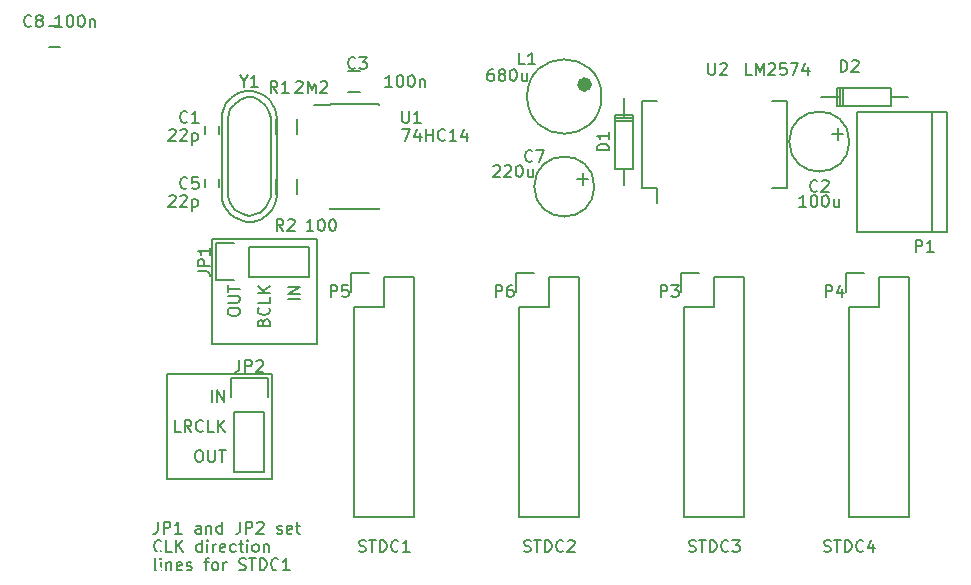
<source format=gto>
G04 #@! TF.FileFunction,Legend,Top*
%FSLAX46Y46*%
G04 Gerber Fmt 4.6, Leading zero omitted, Abs format (unit mm)*
G04 Created by KiCad (PCBNEW (2015-07-22 BZR 5980)-product) date Montag, 16. Mai 2016 'u53' 14:53:15*
%MOMM*%
G01*
G04 APERTURE LIST*
%ADD10C,0.100000*%
%ADD11C,0.600000*%
%ADD12C,0.150000*%
%ADD13C,0.200000*%
%ADD14C,5.000000*%
%ADD15C,0.500000*%
%ADD16C,1.000000*%
%ADD17C,1.501140*%
%ADD18R,1.500000X1.250000*%
%ADD19C,1.699260*%
%ADD20R,1.699260X1.699260*%
%ADD21R,1.727200X2.032000*%
%ADD22O,1.727200X2.032000*%
%ADD23R,2.032000X1.727200*%
%ADD24O,2.032000X1.727200*%
%ADD25R,2.540000X2.540000*%
%ADD26C,2.540000*%
%ADD27R,1.727200X1.727200*%
%ADD28O,1.727200X1.727200*%
%ADD29R,1.300000X1.500000*%
%ADD30R,1.500000X0.600000*%
%ADD31O,1.600000X2.300000*%
%ADD32R,0.750000X1.200000*%
G04 APERTURE END LIST*
D10*
D11*
X193808288Y-66294000D02*
G75*
G03X193808288Y-66294000I-323788J0D01*
G01*
D12*
X213757143Y-105814762D02*
X213900000Y-105862381D01*
X214138096Y-105862381D01*
X214233334Y-105814762D01*
X214280953Y-105767143D01*
X214328572Y-105671905D01*
X214328572Y-105576667D01*
X214280953Y-105481429D01*
X214233334Y-105433810D01*
X214138096Y-105386190D01*
X213947619Y-105338571D01*
X213852381Y-105290952D01*
X213804762Y-105243333D01*
X213757143Y-105148095D01*
X213757143Y-105052857D01*
X213804762Y-104957619D01*
X213852381Y-104910000D01*
X213947619Y-104862381D01*
X214185715Y-104862381D01*
X214328572Y-104910000D01*
X214614286Y-104862381D02*
X215185715Y-104862381D01*
X214900000Y-105862381D02*
X214900000Y-104862381D01*
X215519048Y-105862381D02*
X215519048Y-104862381D01*
X215757143Y-104862381D01*
X215900001Y-104910000D01*
X215995239Y-105005238D01*
X216042858Y-105100476D01*
X216090477Y-105290952D01*
X216090477Y-105433810D01*
X216042858Y-105624286D01*
X215995239Y-105719524D01*
X215900001Y-105814762D01*
X215757143Y-105862381D01*
X215519048Y-105862381D01*
X217090477Y-105767143D02*
X217042858Y-105814762D01*
X216900001Y-105862381D01*
X216804763Y-105862381D01*
X216661905Y-105814762D01*
X216566667Y-105719524D01*
X216519048Y-105624286D01*
X216471429Y-105433810D01*
X216471429Y-105290952D01*
X216519048Y-105100476D01*
X216566667Y-105005238D01*
X216661905Y-104910000D01*
X216804763Y-104862381D01*
X216900001Y-104862381D01*
X217042858Y-104910000D01*
X217090477Y-104957619D01*
X217947620Y-105195714D02*
X217947620Y-105862381D01*
X217709524Y-104814762D02*
X217471429Y-105529048D01*
X218090477Y-105529048D01*
X202327143Y-105814762D02*
X202470000Y-105862381D01*
X202708096Y-105862381D01*
X202803334Y-105814762D01*
X202850953Y-105767143D01*
X202898572Y-105671905D01*
X202898572Y-105576667D01*
X202850953Y-105481429D01*
X202803334Y-105433810D01*
X202708096Y-105386190D01*
X202517619Y-105338571D01*
X202422381Y-105290952D01*
X202374762Y-105243333D01*
X202327143Y-105148095D01*
X202327143Y-105052857D01*
X202374762Y-104957619D01*
X202422381Y-104910000D01*
X202517619Y-104862381D01*
X202755715Y-104862381D01*
X202898572Y-104910000D01*
X203184286Y-104862381D02*
X203755715Y-104862381D01*
X203470000Y-105862381D02*
X203470000Y-104862381D01*
X204089048Y-105862381D02*
X204089048Y-104862381D01*
X204327143Y-104862381D01*
X204470001Y-104910000D01*
X204565239Y-105005238D01*
X204612858Y-105100476D01*
X204660477Y-105290952D01*
X204660477Y-105433810D01*
X204612858Y-105624286D01*
X204565239Y-105719524D01*
X204470001Y-105814762D01*
X204327143Y-105862381D01*
X204089048Y-105862381D01*
X205660477Y-105767143D02*
X205612858Y-105814762D01*
X205470001Y-105862381D01*
X205374763Y-105862381D01*
X205231905Y-105814762D01*
X205136667Y-105719524D01*
X205089048Y-105624286D01*
X205041429Y-105433810D01*
X205041429Y-105290952D01*
X205089048Y-105100476D01*
X205136667Y-105005238D01*
X205231905Y-104910000D01*
X205374763Y-104862381D01*
X205470001Y-104862381D01*
X205612858Y-104910000D01*
X205660477Y-104957619D01*
X205993810Y-104862381D02*
X206612858Y-104862381D01*
X206279524Y-105243333D01*
X206422382Y-105243333D01*
X206517620Y-105290952D01*
X206565239Y-105338571D01*
X206612858Y-105433810D01*
X206612858Y-105671905D01*
X206565239Y-105767143D01*
X206517620Y-105814762D01*
X206422382Y-105862381D01*
X206136667Y-105862381D01*
X206041429Y-105814762D01*
X205993810Y-105767143D01*
X188357143Y-105814762D02*
X188500000Y-105862381D01*
X188738096Y-105862381D01*
X188833334Y-105814762D01*
X188880953Y-105767143D01*
X188928572Y-105671905D01*
X188928572Y-105576667D01*
X188880953Y-105481429D01*
X188833334Y-105433810D01*
X188738096Y-105386190D01*
X188547619Y-105338571D01*
X188452381Y-105290952D01*
X188404762Y-105243333D01*
X188357143Y-105148095D01*
X188357143Y-105052857D01*
X188404762Y-104957619D01*
X188452381Y-104910000D01*
X188547619Y-104862381D01*
X188785715Y-104862381D01*
X188928572Y-104910000D01*
X189214286Y-104862381D02*
X189785715Y-104862381D01*
X189500000Y-105862381D02*
X189500000Y-104862381D01*
X190119048Y-105862381D02*
X190119048Y-104862381D01*
X190357143Y-104862381D01*
X190500001Y-104910000D01*
X190595239Y-105005238D01*
X190642858Y-105100476D01*
X190690477Y-105290952D01*
X190690477Y-105433810D01*
X190642858Y-105624286D01*
X190595239Y-105719524D01*
X190500001Y-105814762D01*
X190357143Y-105862381D01*
X190119048Y-105862381D01*
X191690477Y-105767143D02*
X191642858Y-105814762D01*
X191500001Y-105862381D01*
X191404763Y-105862381D01*
X191261905Y-105814762D01*
X191166667Y-105719524D01*
X191119048Y-105624286D01*
X191071429Y-105433810D01*
X191071429Y-105290952D01*
X191119048Y-105100476D01*
X191166667Y-105005238D01*
X191261905Y-104910000D01*
X191404763Y-104862381D01*
X191500001Y-104862381D01*
X191642858Y-104910000D01*
X191690477Y-104957619D01*
X192071429Y-104957619D02*
X192119048Y-104910000D01*
X192214286Y-104862381D01*
X192452382Y-104862381D01*
X192547620Y-104910000D01*
X192595239Y-104957619D01*
X192642858Y-105052857D01*
X192642858Y-105148095D01*
X192595239Y-105290952D01*
X192023810Y-105862381D01*
X192642858Y-105862381D01*
X174387143Y-105814762D02*
X174530000Y-105862381D01*
X174768096Y-105862381D01*
X174863334Y-105814762D01*
X174910953Y-105767143D01*
X174958572Y-105671905D01*
X174958572Y-105576667D01*
X174910953Y-105481429D01*
X174863334Y-105433810D01*
X174768096Y-105386190D01*
X174577619Y-105338571D01*
X174482381Y-105290952D01*
X174434762Y-105243333D01*
X174387143Y-105148095D01*
X174387143Y-105052857D01*
X174434762Y-104957619D01*
X174482381Y-104910000D01*
X174577619Y-104862381D01*
X174815715Y-104862381D01*
X174958572Y-104910000D01*
X175244286Y-104862381D02*
X175815715Y-104862381D01*
X175530000Y-105862381D02*
X175530000Y-104862381D01*
X176149048Y-105862381D02*
X176149048Y-104862381D01*
X176387143Y-104862381D01*
X176530001Y-104910000D01*
X176625239Y-105005238D01*
X176672858Y-105100476D01*
X176720477Y-105290952D01*
X176720477Y-105433810D01*
X176672858Y-105624286D01*
X176625239Y-105719524D01*
X176530001Y-105814762D01*
X176387143Y-105862381D01*
X176149048Y-105862381D01*
X177720477Y-105767143D02*
X177672858Y-105814762D01*
X177530001Y-105862381D01*
X177434763Y-105862381D01*
X177291905Y-105814762D01*
X177196667Y-105719524D01*
X177149048Y-105624286D01*
X177101429Y-105433810D01*
X177101429Y-105290952D01*
X177149048Y-105100476D01*
X177196667Y-105005238D01*
X177291905Y-104910000D01*
X177434763Y-104862381D01*
X177530001Y-104862381D01*
X177672858Y-104910000D01*
X177720477Y-104957619D01*
X178672858Y-105862381D02*
X178101429Y-105862381D01*
X178387143Y-105862381D02*
X178387143Y-104862381D01*
X178291905Y-105005238D01*
X178196667Y-105100476D01*
X178101429Y-105148095D01*
X157368810Y-103312381D02*
X157368810Y-104026667D01*
X157321190Y-104169524D01*
X157225952Y-104264762D01*
X157083095Y-104312381D01*
X156987857Y-104312381D01*
X157845000Y-104312381D02*
X157845000Y-103312381D01*
X158225953Y-103312381D01*
X158321191Y-103360000D01*
X158368810Y-103407619D01*
X158416429Y-103502857D01*
X158416429Y-103645714D01*
X158368810Y-103740952D01*
X158321191Y-103788571D01*
X158225953Y-103836190D01*
X157845000Y-103836190D01*
X159368810Y-104312381D02*
X158797381Y-104312381D01*
X159083095Y-104312381D02*
X159083095Y-103312381D01*
X158987857Y-103455238D01*
X158892619Y-103550476D01*
X158797381Y-103598095D01*
X160987858Y-104312381D02*
X160987858Y-103788571D01*
X160940239Y-103693333D01*
X160845001Y-103645714D01*
X160654524Y-103645714D01*
X160559286Y-103693333D01*
X160987858Y-104264762D02*
X160892620Y-104312381D01*
X160654524Y-104312381D01*
X160559286Y-104264762D01*
X160511667Y-104169524D01*
X160511667Y-104074286D01*
X160559286Y-103979048D01*
X160654524Y-103931429D01*
X160892620Y-103931429D01*
X160987858Y-103883810D01*
X161464048Y-103645714D02*
X161464048Y-104312381D01*
X161464048Y-103740952D02*
X161511667Y-103693333D01*
X161606905Y-103645714D01*
X161749763Y-103645714D01*
X161845001Y-103693333D01*
X161892620Y-103788571D01*
X161892620Y-104312381D01*
X162797382Y-104312381D02*
X162797382Y-103312381D01*
X162797382Y-104264762D02*
X162702144Y-104312381D01*
X162511667Y-104312381D01*
X162416429Y-104264762D01*
X162368810Y-104217143D01*
X162321191Y-104121905D01*
X162321191Y-103836190D01*
X162368810Y-103740952D01*
X162416429Y-103693333D01*
X162511667Y-103645714D01*
X162702144Y-103645714D01*
X162797382Y-103693333D01*
X164321192Y-103312381D02*
X164321192Y-104026667D01*
X164273572Y-104169524D01*
X164178334Y-104264762D01*
X164035477Y-104312381D01*
X163940239Y-104312381D01*
X164797382Y-104312381D02*
X164797382Y-103312381D01*
X165178335Y-103312381D01*
X165273573Y-103360000D01*
X165321192Y-103407619D01*
X165368811Y-103502857D01*
X165368811Y-103645714D01*
X165321192Y-103740952D01*
X165273573Y-103788571D01*
X165178335Y-103836190D01*
X164797382Y-103836190D01*
X165749763Y-103407619D02*
X165797382Y-103360000D01*
X165892620Y-103312381D01*
X166130716Y-103312381D01*
X166225954Y-103360000D01*
X166273573Y-103407619D01*
X166321192Y-103502857D01*
X166321192Y-103598095D01*
X166273573Y-103740952D01*
X165702144Y-104312381D01*
X166321192Y-104312381D01*
X167464049Y-104264762D02*
X167559287Y-104312381D01*
X167749763Y-104312381D01*
X167845002Y-104264762D01*
X167892621Y-104169524D01*
X167892621Y-104121905D01*
X167845002Y-104026667D01*
X167749763Y-103979048D01*
X167606906Y-103979048D01*
X167511668Y-103931429D01*
X167464049Y-103836190D01*
X167464049Y-103788571D01*
X167511668Y-103693333D01*
X167606906Y-103645714D01*
X167749763Y-103645714D01*
X167845002Y-103693333D01*
X168702145Y-104264762D02*
X168606907Y-104312381D01*
X168416430Y-104312381D01*
X168321192Y-104264762D01*
X168273573Y-104169524D01*
X168273573Y-103788571D01*
X168321192Y-103693333D01*
X168416430Y-103645714D01*
X168606907Y-103645714D01*
X168702145Y-103693333D01*
X168749764Y-103788571D01*
X168749764Y-103883810D01*
X168273573Y-103979048D01*
X169035478Y-103645714D02*
X169416430Y-103645714D01*
X169178335Y-103312381D02*
X169178335Y-104169524D01*
X169225954Y-104264762D01*
X169321192Y-104312381D01*
X169416430Y-104312381D01*
X157654524Y-105767143D02*
X157606905Y-105814762D01*
X157464048Y-105862381D01*
X157368810Y-105862381D01*
X157225952Y-105814762D01*
X157130714Y-105719524D01*
X157083095Y-105624286D01*
X157035476Y-105433810D01*
X157035476Y-105290952D01*
X157083095Y-105100476D01*
X157130714Y-105005238D01*
X157225952Y-104910000D01*
X157368810Y-104862381D01*
X157464048Y-104862381D01*
X157606905Y-104910000D01*
X157654524Y-104957619D01*
X158559286Y-105862381D02*
X158083095Y-105862381D01*
X158083095Y-104862381D01*
X158892619Y-105862381D02*
X158892619Y-104862381D01*
X159464048Y-105862381D02*
X159035476Y-105290952D01*
X159464048Y-104862381D02*
X158892619Y-105433810D01*
X161083096Y-105862381D02*
X161083096Y-104862381D01*
X161083096Y-105814762D02*
X160987858Y-105862381D01*
X160797381Y-105862381D01*
X160702143Y-105814762D01*
X160654524Y-105767143D01*
X160606905Y-105671905D01*
X160606905Y-105386190D01*
X160654524Y-105290952D01*
X160702143Y-105243333D01*
X160797381Y-105195714D01*
X160987858Y-105195714D01*
X161083096Y-105243333D01*
X161559286Y-105862381D02*
X161559286Y-105195714D01*
X161559286Y-104862381D02*
X161511667Y-104910000D01*
X161559286Y-104957619D01*
X161606905Y-104910000D01*
X161559286Y-104862381D01*
X161559286Y-104957619D01*
X162035476Y-105862381D02*
X162035476Y-105195714D01*
X162035476Y-105386190D02*
X162083095Y-105290952D01*
X162130714Y-105243333D01*
X162225952Y-105195714D01*
X162321191Y-105195714D01*
X163035477Y-105814762D02*
X162940239Y-105862381D01*
X162749762Y-105862381D01*
X162654524Y-105814762D01*
X162606905Y-105719524D01*
X162606905Y-105338571D01*
X162654524Y-105243333D01*
X162749762Y-105195714D01*
X162940239Y-105195714D01*
X163035477Y-105243333D01*
X163083096Y-105338571D01*
X163083096Y-105433810D01*
X162606905Y-105529048D01*
X163940239Y-105814762D02*
X163845001Y-105862381D01*
X163654524Y-105862381D01*
X163559286Y-105814762D01*
X163511667Y-105767143D01*
X163464048Y-105671905D01*
X163464048Y-105386190D01*
X163511667Y-105290952D01*
X163559286Y-105243333D01*
X163654524Y-105195714D01*
X163845001Y-105195714D01*
X163940239Y-105243333D01*
X164225953Y-105195714D02*
X164606905Y-105195714D01*
X164368810Y-104862381D02*
X164368810Y-105719524D01*
X164416429Y-105814762D01*
X164511667Y-105862381D01*
X164606905Y-105862381D01*
X164940239Y-105862381D02*
X164940239Y-105195714D01*
X164940239Y-104862381D02*
X164892620Y-104910000D01*
X164940239Y-104957619D01*
X164987858Y-104910000D01*
X164940239Y-104862381D01*
X164940239Y-104957619D01*
X165559286Y-105862381D02*
X165464048Y-105814762D01*
X165416429Y-105767143D01*
X165368810Y-105671905D01*
X165368810Y-105386190D01*
X165416429Y-105290952D01*
X165464048Y-105243333D01*
X165559286Y-105195714D01*
X165702144Y-105195714D01*
X165797382Y-105243333D01*
X165845001Y-105290952D01*
X165892620Y-105386190D01*
X165892620Y-105671905D01*
X165845001Y-105767143D01*
X165797382Y-105814762D01*
X165702144Y-105862381D01*
X165559286Y-105862381D01*
X166321191Y-105195714D02*
X166321191Y-105862381D01*
X166321191Y-105290952D02*
X166368810Y-105243333D01*
X166464048Y-105195714D01*
X166606906Y-105195714D01*
X166702144Y-105243333D01*
X166749763Y-105338571D01*
X166749763Y-105862381D01*
X157225952Y-107412381D02*
X157130714Y-107364762D01*
X157083095Y-107269524D01*
X157083095Y-106412381D01*
X157606905Y-107412381D02*
X157606905Y-106745714D01*
X157606905Y-106412381D02*
X157559286Y-106460000D01*
X157606905Y-106507619D01*
X157654524Y-106460000D01*
X157606905Y-106412381D01*
X157606905Y-106507619D01*
X158083095Y-106745714D02*
X158083095Y-107412381D01*
X158083095Y-106840952D02*
X158130714Y-106793333D01*
X158225952Y-106745714D01*
X158368810Y-106745714D01*
X158464048Y-106793333D01*
X158511667Y-106888571D01*
X158511667Y-107412381D01*
X159368810Y-107364762D02*
X159273572Y-107412381D01*
X159083095Y-107412381D01*
X158987857Y-107364762D01*
X158940238Y-107269524D01*
X158940238Y-106888571D01*
X158987857Y-106793333D01*
X159083095Y-106745714D01*
X159273572Y-106745714D01*
X159368810Y-106793333D01*
X159416429Y-106888571D01*
X159416429Y-106983810D01*
X158940238Y-107079048D01*
X159797381Y-107364762D02*
X159892619Y-107412381D01*
X160083095Y-107412381D01*
X160178334Y-107364762D01*
X160225953Y-107269524D01*
X160225953Y-107221905D01*
X160178334Y-107126667D01*
X160083095Y-107079048D01*
X159940238Y-107079048D01*
X159845000Y-107031429D01*
X159797381Y-106936190D01*
X159797381Y-106888571D01*
X159845000Y-106793333D01*
X159940238Y-106745714D01*
X160083095Y-106745714D01*
X160178334Y-106793333D01*
X161273572Y-106745714D02*
X161654524Y-106745714D01*
X161416429Y-107412381D02*
X161416429Y-106555238D01*
X161464048Y-106460000D01*
X161559286Y-106412381D01*
X161654524Y-106412381D01*
X162130715Y-107412381D02*
X162035477Y-107364762D01*
X161987858Y-107317143D01*
X161940239Y-107221905D01*
X161940239Y-106936190D01*
X161987858Y-106840952D01*
X162035477Y-106793333D01*
X162130715Y-106745714D01*
X162273573Y-106745714D01*
X162368811Y-106793333D01*
X162416430Y-106840952D01*
X162464049Y-106936190D01*
X162464049Y-107221905D01*
X162416430Y-107317143D01*
X162368811Y-107364762D01*
X162273573Y-107412381D01*
X162130715Y-107412381D01*
X162892620Y-107412381D02*
X162892620Y-106745714D01*
X162892620Y-106936190D02*
X162940239Y-106840952D01*
X162987858Y-106793333D01*
X163083096Y-106745714D01*
X163178335Y-106745714D01*
X164225954Y-107364762D02*
X164368811Y-107412381D01*
X164606907Y-107412381D01*
X164702145Y-107364762D01*
X164749764Y-107317143D01*
X164797383Y-107221905D01*
X164797383Y-107126667D01*
X164749764Y-107031429D01*
X164702145Y-106983810D01*
X164606907Y-106936190D01*
X164416430Y-106888571D01*
X164321192Y-106840952D01*
X164273573Y-106793333D01*
X164225954Y-106698095D01*
X164225954Y-106602857D01*
X164273573Y-106507619D01*
X164321192Y-106460000D01*
X164416430Y-106412381D01*
X164654526Y-106412381D01*
X164797383Y-106460000D01*
X165083097Y-106412381D02*
X165654526Y-106412381D01*
X165368811Y-107412381D02*
X165368811Y-106412381D01*
X165987859Y-107412381D02*
X165987859Y-106412381D01*
X166225954Y-106412381D01*
X166368812Y-106460000D01*
X166464050Y-106555238D01*
X166511669Y-106650476D01*
X166559288Y-106840952D01*
X166559288Y-106983810D01*
X166511669Y-107174286D01*
X166464050Y-107269524D01*
X166368812Y-107364762D01*
X166225954Y-107412381D01*
X165987859Y-107412381D01*
X167559288Y-107317143D02*
X167511669Y-107364762D01*
X167368812Y-107412381D01*
X167273574Y-107412381D01*
X167130716Y-107364762D01*
X167035478Y-107269524D01*
X166987859Y-107174286D01*
X166940240Y-106983810D01*
X166940240Y-106840952D01*
X166987859Y-106650476D01*
X167035478Y-106555238D01*
X167130716Y-106460000D01*
X167273574Y-106412381D01*
X167368812Y-106412381D01*
X167511669Y-106460000D01*
X167559288Y-106507619D01*
X168511669Y-107412381D02*
X167940240Y-107412381D01*
X168225954Y-107412381D02*
X168225954Y-106412381D01*
X168130716Y-106555238D01*
X168035478Y-106650476D01*
X167940240Y-106698095D01*
D13*
X158115000Y-90805000D02*
X158115000Y-99695000D01*
X167005000Y-90805000D02*
X158115000Y-90805000D01*
X167005000Y-99695000D02*
X167005000Y-90805000D01*
X158115000Y-99695000D02*
X167005000Y-99695000D01*
X161925000Y-79375000D02*
X161925000Y-88265000D01*
X170815000Y-79375000D02*
X161925000Y-79375000D01*
X170815000Y-88265000D02*
X170815000Y-79375000D01*
X161925000Y-88265000D02*
X170815000Y-88265000D01*
D12*
X163282381Y-85613572D02*
X163282381Y-85423095D01*
X163330000Y-85327857D01*
X163425238Y-85232619D01*
X163615714Y-85185000D01*
X163949048Y-85185000D01*
X164139524Y-85232619D01*
X164234762Y-85327857D01*
X164282381Y-85423095D01*
X164282381Y-85613572D01*
X164234762Y-85708810D01*
X164139524Y-85804048D01*
X163949048Y-85851667D01*
X163615714Y-85851667D01*
X163425238Y-85804048D01*
X163330000Y-85708810D01*
X163282381Y-85613572D01*
X163282381Y-84756429D02*
X164091905Y-84756429D01*
X164187143Y-84708810D01*
X164234762Y-84661191D01*
X164282381Y-84565953D01*
X164282381Y-84375476D01*
X164234762Y-84280238D01*
X164187143Y-84232619D01*
X164091905Y-84185000D01*
X163282381Y-84185000D01*
X163282381Y-83851667D02*
X163282381Y-83280238D01*
X164282381Y-83565953D02*
X163282381Y-83565953D01*
X169362381Y-84470714D02*
X168362381Y-84470714D01*
X169362381Y-83994524D02*
X168362381Y-83994524D01*
X169362381Y-83423095D01*
X168362381Y-83423095D01*
X166298571Y-86423095D02*
X166346190Y-86280238D01*
X166393810Y-86232619D01*
X166489048Y-86185000D01*
X166631905Y-86185000D01*
X166727143Y-86232619D01*
X166774762Y-86280238D01*
X166822381Y-86375476D01*
X166822381Y-86756429D01*
X165822381Y-86756429D01*
X165822381Y-86423095D01*
X165870000Y-86327857D01*
X165917619Y-86280238D01*
X166012857Y-86232619D01*
X166108095Y-86232619D01*
X166203333Y-86280238D01*
X166250952Y-86327857D01*
X166298571Y-86423095D01*
X166298571Y-86756429D01*
X166727143Y-85185000D02*
X166774762Y-85232619D01*
X166822381Y-85375476D01*
X166822381Y-85470714D01*
X166774762Y-85613572D01*
X166679524Y-85708810D01*
X166584286Y-85756429D01*
X166393810Y-85804048D01*
X166250952Y-85804048D01*
X166060476Y-85756429D01*
X165965238Y-85708810D01*
X165870000Y-85613572D01*
X165822381Y-85470714D01*
X165822381Y-85375476D01*
X165870000Y-85232619D01*
X165917619Y-85185000D01*
X166822381Y-84280238D02*
X166822381Y-84756429D01*
X165822381Y-84756429D01*
X166822381Y-83946905D02*
X165822381Y-83946905D01*
X166822381Y-83375476D02*
X166250952Y-83804048D01*
X165822381Y-83375476D02*
X166393810Y-83946905D01*
X160766428Y-97242381D02*
X160956905Y-97242381D01*
X161052143Y-97290000D01*
X161147381Y-97385238D01*
X161195000Y-97575714D01*
X161195000Y-97909048D01*
X161147381Y-98099524D01*
X161052143Y-98194762D01*
X160956905Y-98242381D01*
X160766428Y-98242381D01*
X160671190Y-98194762D01*
X160575952Y-98099524D01*
X160528333Y-97909048D01*
X160528333Y-97575714D01*
X160575952Y-97385238D01*
X160671190Y-97290000D01*
X160766428Y-97242381D01*
X161623571Y-97242381D02*
X161623571Y-98051905D01*
X161671190Y-98147143D01*
X161718809Y-98194762D01*
X161814047Y-98242381D01*
X162004524Y-98242381D01*
X162099762Y-98194762D01*
X162147381Y-98147143D01*
X162195000Y-98051905D01*
X162195000Y-97242381D01*
X162528333Y-97242381D02*
X163099762Y-97242381D01*
X162814047Y-98242381D02*
X162814047Y-97242381D01*
X161909286Y-93162381D02*
X161909286Y-92162381D01*
X162385476Y-93162381D02*
X162385476Y-92162381D01*
X162956905Y-93162381D01*
X162956905Y-92162381D01*
X159290238Y-95702381D02*
X158814047Y-95702381D01*
X158814047Y-94702381D01*
X160195000Y-95702381D02*
X159861666Y-95226190D01*
X159623571Y-95702381D02*
X159623571Y-94702381D01*
X160004524Y-94702381D01*
X160099762Y-94750000D01*
X160147381Y-94797619D01*
X160195000Y-94892857D01*
X160195000Y-95035714D01*
X160147381Y-95130952D01*
X160099762Y-95178571D01*
X160004524Y-95226190D01*
X159623571Y-95226190D01*
X161195000Y-95607143D02*
X161147381Y-95654762D01*
X161004524Y-95702381D01*
X160909286Y-95702381D01*
X160766428Y-95654762D01*
X160671190Y-95559524D01*
X160623571Y-95464286D01*
X160575952Y-95273810D01*
X160575952Y-95130952D01*
X160623571Y-94940476D01*
X160671190Y-94845238D01*
X160766428Y-94750000D01*
X160909286Y-94702381D01*
X161004524Y-94702381D01*
X161147381Y-94750000D01*
X161195000Y-94797619D01*
X162099762Y-95702381D02*
X161623571Y-95702381D01*
X161623571Y-94702381D01*
X162433095Y-95702381D02*
X162433095Y-94702381D01*
X163004524Y-95702381D02*
X162575952Y-95130952D01*
X163004524Y-94702381D02*
X162433095Y-95273810D01*
X214909400Y-70002400D02*
X214909400Y-70967600D01*
X215392000Y-70510400D02*
X214426800Y-70510400D01*
X215900000Y-71120000D02*
G75*
G03X215900000Y-71120000I-2540000J0D01*
G01*
X173490000Y-66890000D02*
X174490000Y-66890000D01*
X174490000Y-65190000D02*
X173490000Y-65190000D01*
X193319400Y-73812400D02*
X193319400Y-74777600D01*
X193802000Y-74320400D02*
X192836800Y-74320400D01*
X194310000Y-74930000D02*
G75*
G03X194310000Y-74930000I-2540000J0D01*
G01*
X148110000Y-63080000D02*
X149110000Y-63080000D01*
X149110000Y-61380000D02*
X148110000Y-61380000D01*
X196850000Y-73406000D02*
X196850000Y-74803000D01*
X196850000Y-68961000D02*
X196850000Y-67437000D01*
X197612000Y-69342000D02*
X196088000Y-69342000D01*
X197612000Y-69088000D02*
X196088000Y-69088000D01*
X196850000Y-68834000D02*
X196088000Y-68834000D01*
X196088000Y-68834000D02*
X196088000Y-73406000D01*
X196088000Y-73406000D02*
X197612000Y-73406000D01*
X197612000Y-73406000D02*
X197612000Y-68834000D01*
X197612000Y-68834000D02*
X196850000Y-68834000D01*
X165100000Y-82550000D02*
X170180000Y-82550000D01*
X170180000Y-82550000D02*
X170180000Y-80010000D01*
X170180000Y-80010000D02*
X165100000Y-80010000D01*
X162280000Y-79730000D02*
X163830000Y-79730000D01*
X165100000Y-80010000D02*
X165100000Y-82550000D01*
X163830000Y-82830000D02*
X162280000Y-82830000D01*
X162280000Y-82830000D02*
X162280000Y-79730000D01*
X163830000Y-93980000D02*
X163830000Y-99060000D01*
X163830000Y-99060000D02*
X166370000Y-99060000D01*
X166370000Y-99060000D02*
X166370000Y-93980000D01*
X166650000Y-91160000D02*
X166650000Y-92710000D01*
X166370000Y-93980000D02*
X163830000Y-93980000D01*
X163550000Y-92710000D02*
X163550000Y-91160000D01*
X163550000Y-91160000D02*
X166650000Y-91160000D01*
X193469260Y-66309240D02*
X193469260Y-66809620D01*
X193469260Y-66309240D02*
X193969640Y-66309240D01*
X193469260Y-65808860D02*
X193469260Y-66309240D01*
X193469260Y-66309240D02*
X193070480Y-66309240D01*
X193070480Y-66309240D02*
X192968880Y-66309240D01*
X194919600Y-67310000D02*
G75*
G03X194919600Y-67310000I-3149600J0D01*
G01*
X222885000Y-68580000D02*
X222885000Y-78740000D01*
X224155000Y-68580000D02*
X216535000Y-68580000D01*
X216535000Y-68580000D02*
X216535000Y-78740000D01*
X216535000Y-78740000D02*
X224155000Y-78740000D01*
X224155000Y-78740000D02*
X224155000Y-68580000D01*
X207010000Y-102870000D02*
X207010000Y-82550000D01*
X201930000Y-85090000D02*
X201930000Y-102870000D01*
X207010000Y-102870000D02*
X201930000Y-102870000D01*
X207010000Y-82550000D02*
X204470000Y-82550000D01*
X203200000Y-82270000D02*
X201650000Y-82270000D01*
X204470000Y-82550000D02*
X204470000Y-85090000D01*
X204470000Y-85090000D02*
X201930000Y-85090000D01*
X201650000Y-82270000D02*
X201650000Y-83820000D01*
X220980000Y-102870000D02*
X220980000Y-82550000D01*
X215900000Y-85090000D02*
X215900000Y-102870000D01*
X220980000Y-102870000D02*
X215900000Y-102870000D01*
X220980000Y-82550000D02*
X218440000Y-82550000D01*
X217170000Y-82270000D02*
X215620000Y-82270000D01*
X218440000Y-82550000D02*
X218440000Y-85090000D01*
X218440000Y-85090000D02*
X215900000Y-85090000D01*
X215620000Y-82270000D02*
X215620000Y-83820000D01*
X179070000Y-102870000D02*
X179070000Y-82550000D01*
X173990000Y-85090000D02*
X173990000Y-102870000D01*
X179070000Y-102870000D02*
X173990000Y-102870000D01*
X179070000Y-82550000D02*
X176530000Y-82550000D01*
X175260000Y-82270000D02*
X173710000Y-82270000D01*
X176530000Y-82550000D02*
X176530000Y-85090000D01*
X176530000Y-85090000D02*
X173990000Y-85090000D01*
X173710000Y-82270000D02*
X173710000Y-83820000D01*
X193040000Y-102870000D02*
X193040000Y-82550000D01*
X187960000Y-85090000D02*
X187960000Y-102870000D01*
X193040000Y-102870000D02*
X187960000Y-102870000D01*
X193040000Y-82550000D02*
X190500000Y-82550000D01*
X189230000Y-82270000D02*
X187680000Y-82270000D01*
X190500000Y-82550000D02*
X190500000Y-85090000D01*
X190500000Y-85090000D02*
X187960000Y-85090000D01*
X187680000Y-82270000D02*
X187680000Y-83820000D01*
X169150000Y-69250000D02*
X169150000Y-70450000D01*
X167400000Y-70450000D02*
X167400000Y-69250000D01*
X167400000Y-75530000D02*
X167400000Y-74330000D01*
X169150000Y-74330000D02*
X169150000Y-75530000D01*
X171915000Y-67940000D02*
X171915000Y-68055000D01*
X176065000Y-67940000D02*
X176065000Y-68055000D01*
X176065000Y-76840000D02*
X176065000Y-76725000D01*
X171915000Y-76840000D02*
X171915000Y-76725000D01*
X171915000Y-67940000D02*
X176065000Y-67940000D01*
X171915000Y-76840000D02*
X176065000Y-76840000D01*
X171915000Y-68055000D02*
X170540000Y-68055000D01*
X198390000Y-75039048D02*
X199660000Y-75039048D01*
X198390000Y-67689048D02*
X199660000Y-67689048D01*
X210600000Y-67689048D02*
X209330000Y-67689048D01*
X210600000Y-75039048D02*
X209330000Y-75039048D01*
X198390000Y-75039048D02*
X198390000Y-67689048D01*
X210600000Y-75039048D02*
X210600000Y-67689048D01*
X199660000Y-75039048D02*
X199660000Y-76324048D01*
X166100760Y-77089000D02*
X165699440Y-77289660D01*
X165699440Y-77289660D02*
X165100000Y-77391260D01*
X165100000Y-77391260D02*
X164599620Y-77289660D01*
X164599620Y-77289660D02*
X163901120Y-76890880D01*
X163901120Y-76890880D02*
X163499800Y-76288900D01*
X163499800Y-76288900D02*
X163299140Y-75689460D01*
X163299140Y-75689460D02*
X163299140Y-69090540D01*
X163299140Y-69090540D02*
X163499800Y-68389500D01*
X163499800Y-68389500D02*
X163799520Y-67990720D01*
X163799520Y-67990720D02*
X164299900Y-67589400D01*
X164299900Y-67589400D02*
X164899340Y-67388740D01*
X164899340Y-67388740D02*
X165399720Y-67388740D01*
X165399720Y-67388740D02*
X165900100Y-67589400D01*
X165900100Y-67589400D02*
X166499540Y-68089780D01*
X166499540Y-68089780D02*
X166799260Y-68590160D01*
X166799260Y-68590160D02*
X166900860Y-69090540D01*
X166900860Y-69189600D02*
X166900860Y-75791060D01*
X166900860Y-75791060D02*
X166799260Y-76189840D01*
X166799260Y-76189840D02*
X166499540Y-76690220D01*
X166499540Y-76690220D02*
X165999160Y-77190600D01*
X167429180Y-69199760D02*
X167380920Y-68740020D01*
X167380920Y-68740020D02*
X167269160Y-68341240D01*
X167269160Y-68341240D02*
X167050720Y-67909440D01*
X167050720Y-67909440D02*
X166819580Y-67619880D01*
X166819580Y-67619880D02*
X166469060Y-67289680D01*
X166469060Y-67289680D02*
X165930580Y-67000120D01*
X165930580Y-67000120D02*
X165331140Y-66870580D01*
X165331140Y-66870580D02*
X164820600Y-66870580D01*
X164820600Y-66870580D02*
X164119560Y-67040760D01*
X164119560Y-67040760D02*
X163530280Y-67439540D01*
X163530280Y-67439540D02*
X163159440Y-67899280D01*
X163159440Y-67899280D02*
X162951160Y-68320920D01*
X162951160Y-68320920D02*
X162791140Y-68770500D01*
X162791140Y-68770500D02*
X162760660Y-69209920D01*
X162979100Y-76550520D02*
X163200080Y-76928980D01*
X163200080Y-76928980D02*
X163479480Y-77249020D01*
X163479480Y-77249020D02*
X163809680Y-77500480D01*
X163809680Y-77500480D02*
X164360860Y-77800200D01*
X164360860Y-77800200D02*
X164830760Y-77909420D01*
X164830760Y-77909420D02*
X165290500Y-77929740D01*
X165290500Y-77929740D02*
X165750240Y-77840840D01*
X165750240Y-77840840D02*
X166199820Y-77650340D01*
X166199820Y-77650340D02*
X166669720Y-77289660D01*
X166669720Y-77289660D02*
X166989760Y-76939140D01*
X166989760Y-76939140D02*
X167220900Y-76550520D01*
X167220900Y-76550520D02*
X167360600Y-76121260D01*
X167360600Y-76121260D02*
X167429180Y-75679300D01*
X162770820Y-69189600D02*
X162770820Y-75641200D01*
X162770820Y-75641200D02*
X162808920Y-76060300D01*
X162808920Y-76060300D02*
X162979100Y-76550520D01*
X167429180Y-69189600D02*
X167429180Y-75641200D01*
X162525000Y-74260000D02*
X162525000Y-74960000D01*
X161325000Y-74960000D02*
X161325000Y-74260000D01*
X161325000Y-70520000D02*
X161325000Y-69820000D01*
X162525000Y-69820000D02*
X162525000Y-70520000D01*
X219456000Y-67310000D02*
X220853000Y-67310000D01*
X215011000Y-67310000D02*
X213487000Y-67310000D01*
X215392000Y-66548000D02*
X215392000Y-68072000D01*
X215138000Y-66548000D02*
X215138000Y-68072000D01*
X214884000Y-67310000D02*
X214884000Y-68072000D01*
X214884000Y-68072000D02*
X219456000Y-68072000D01*
X219456000Y-68072000D02*
X219456000Y-66548000D01*
X219456000Y-66548000D02*
X214884000Y-66548000D01*
X214884000Y-66548000D02*
X214884000Y-67310000D01*
X213193334Y-75287143D02*
X213145715Y-75334762D01*
X213002858Y-75382381D01*
X212907620Y-75382381D01*
X212764762Y-75334762D01*
X212669524Y-75239524D01*
X212621905Y-75144286D01*
X212574286Y-74953810D01*
X212574286Y-74810952D01*
X212621905Y-74620476D01*
X212669524Y-74525238D01*
X212764762Y-74430000D01*
X212907620Y-74382381D01*
X213002858Y-74382381D01*
X213145715Y-74430000D01*
X213193334Y-74477619D01*
X213574286Y-74477619D02*
X213621905Y-74430000D01*
X213717143Y-74382381D01*
X213955239Y-74382381D01*
X214050477Y-74430000D01*
X214098096Y-74477619D01*
X214145715Y-74572857D01*
X214145715Y-74668095D01*
X214098096Y-74810952D01*
X213526667Y-75382381D01*
X214145715Y-75382381D01*
X212240953Y-76652381D02*
X211669524Y-76652381D01*
X211955238Y-76652381D02*
X211955238Y-75652381D01*
X211860000Y-75795238D01*
X211764762Y-75890476D01*
X211669524Y-75938095D01*
X212860000Y-75652381D02*
X212955239Y-75652381D01*
X213050477Y-75700000D01*
X213098096Y-75747619D01*
X213145715Y-75842857D01*
X213193334Y-76033333D01*
X213193334Y-76271429D01*
X213145715Y-76461905D01*
X213098096Y-76557143D01*
X213050477Y-76604762D01*
X212955239Y-76652381D01*
X212860000Y-76652381D01*
X212764762Y-76604762D01*
X212717143Y-76557143D01*
X212669524Y-76461905D01*
X212621905Y-76271429D01*
X212621905Y-76033333D01*
X212669524Y-75842857D01*
X212717143Y-75747619D01*
X212764762Y-75700000D01*
X212860000Y-75652381D01*
X213812381Y-75652381D02*
X213907620Y-75652381D01*
X214002858Y-75700000D01*
X214050477Y-75747619D01*
X214098096Y-75842857D01*
X214145715Y-76033333D01*
X214145715Y-76271429D01*
X214098096Y-76461905D01*
X214050477Y-76557143D01*
X214002858Y-76604762D01*
X213907620Y-76652381D01*
X213812381Y-76652381D01*
X213717143Y-76604762D01*
X213669524Y-76557143D01*
X213621905Y-76461905D01*
X213574286Y-76271429D01*
X213574286Y-76033333D01*
X213621905Y-75842857D01*
X213669524Y-75747619D01*
X213717143Y-75700000D01*
X213812381Y-75652381D01*
X215002858Y-75985714D02*
X215002858Y-76652381D01*
X214574286Y-75985714D02*
X214574286Y-76509524D01*
X214621905Y-76604762D01*
X214717143Y-76652381D01*
X214860001Y-76652381D01*
X214955239Y-76604762D01*
X215002858Y-76557143D01*
X174077334Y-64873143D02*
X174029715Y-64920762D01*
X173886858Y-64968381D01*
X173791620Y-64968381D01*
X173648762Y-64920762D01*
X173553524Y-64825524D01*
X173505905Y-64730286D01*
X173458286Y-64539810D01*
X173458286Y-64396952D01*
X173505905Y-64206476D01*
X173553524Y-64111238D01*
X173648762Y-64016000D01*
X173791620Y-63968381D01*
X173886858Y-63968381D01*
X174029715Y-64016000D01*
X174077334Y-64063619D01*
X174410667Y-63968381D02*
X175029715Y-63968381D01*
X174696381Y-64349333D01*
X174839239Y-64349333D01*
X174934477Y-64396952D01*
X174982096Y-64444571D01*
X175029715Y-64539810D01*
X175029715Y-64777905D01*
X174982096Y-64873143D01*
X174934477Y-64920762D01*
X174839239Y-64968381D01*
X174553524Y-64968381D01*
X174458286Y-64920762D01*
X174410667Y-64873143D01*
X177188953Y-66492381D02*
X176617524Y-66492381D01*
X176903238Y-66492381D02*
X176903238Y-65492381D01*
X176808000Y-65635238D01*
X176712762Y-65730476D01*
X176617524Y-65778095D01*
X177808000Y-65492381D02*
X177903239Y-65492381D01*
X177998477Y-65540000D01*
X178046096Y-65587619D01*
X178093715Y-65682857D01*
X178141334Y-65873333D01*
X178141334Y-66111429D01*
X178093715Y-66301905D01*
X178046096Y-66397143D01*
X177998477Y-66444762D01*
X177903239Y-66492381D01*
X177808000Y-66492381D01*
X177712762Y-66444762D01*
X177665143Y-66397143D01*
X177617524Y-66301905D01*
X177569905Y-66111429D01*
X177569905Y-65873333D01*
X177617524Y-65682857D01*
X177665143Y-65587619D01*
X177712762Y-65540000D01*
X177808000Y-65492381D01*
X178760381Y-65492381D02*
X178855620Y-65492381D01*
X178950858Y-65540000D01*
X178998477Y-65587619D01*
X179046096Y-65682857D01*
X179093715Y-65873333D01*
X179093715Y-66111429D01*
X179046096Y-66301905D01*
X178998477Y-66397143D01*
X178950858Y-66444762D01*
X178855620Y-66492381D01*
X178760381Y-66492381D01*
X178665143Y-66444762D01*
X178617524Y-66397143D01*
X178569905Y-66301905D01*
X178522286Y-66111429D01*
X178522286Y-65873333D01*
X178569905Y-65682857D01*
X178617524Y-65587619D01*
X178665143Y-65540000D01*
X178760381Y-65492381D01*
X179522286Y-65825714D02*
X179522286Y-66492381D01*
X179522286Y-65920952D02*
X179569905Y-65873333D01*
X179665143Y-65825714D01*
X179808001Y-65825714D01*
X179903239Y-65873333D01*
X179950858Y-65968571D01*
X179950858Y-66492381D01*
X189063334Y-72747143D02*
X189015715Y-72794762D01*
X188872858Y-72842381D01*
X188777620Y-72842381D01*
X188634762Y-72794762D01*
X188539524Y-72699524D01*
X188491905Y-72604286D01*
X188444286Y-72413810D01*
X188444286Y-72270952D01*
X188491905Y-72080476D01*
X188539524Y-71985238D01*
X188634762Y-71890000D01*
X188777620Y-71842381D01*
X188872858Y-71842381D01*
X189015715Y-71890000D01*
X189063334Y-71937619D01*
X189396667Y-71842381D02*
X190063334Y-71842381D01*
X189634762Y-72842381D01*
X185761524Y-73207619D02*
X185809143Y-73160000D01*
X185904381Y-73112381D01*
X186142477Y-73112381D01*
X186237715Y-73160000D01*
X186285334Y-73207619D01*
X186332953Y-73302857D01*
X186332953Y-73398095D01*
X186285334Y-73540952D01*
X185713905Y-74112381D01*
X186332953Y-74112381D01*
X186713905Y-73207619D02*
X186761524Y-73160000D01*
X186856762Y-73112381D01*
X187094858Y-73112381D01*
X187190096Y-73160000D01*
X187237715Y-73207619D01*
X187285334Y-73302857D01*
X187285334Y-73398095D01*
X187237715Y-73540952D01*
X186666286Y-74112381D01*
X187285334Y-74112381D01*
X187904381Y-73112381D02*
X187999620Y-73112381D01*
X188094858Y-73160000D01*
X188142477Y-73207619D01*
X188190096Y-73302857D01*
X188237715Y-73493333D01*
X188237715Y-73731429D01*
X188190096Y-73921905D01*
X188142477Y-74017143D01*
X188094858Y-74064762D01*
X187999620Y-74112381D01*
X187904381Y-74112381D01*
X187809143Y-74064762D01*
X187761524Y-74017143D01*
X187713905Y-73921905D01*
X187666286Y-73731429D01*
X187666286Y-73493333D01*
X187713905Y-73302857D01*
X187761524Y-73207619D01*
X187809143Y-73160000D01*
X187904381Y-73112381D01*
X189094858Y-73445714D02*
X189094858Y-74112381D01*
X188666286Y-73445714D02*
X188666286Y-73969524D01*
X188713905Y-74064762D01*
X188809143Y-74112381D01*
X188952001Y-74112381D01*
X189047239Y-74064762D01*
X189094858Y-74017143D01*
X146645334Y-61317143D02*
X146597715Y-61364762D01*
X146454858Y-61412381D01*
X146359620Y-61412381D01*
X146216762Y-61364762D01*
X146121524Y-61269524D01*
X146073905Y-61174286D01*
X146026286Y-60983810D01*
X146026286Y-60840952D01*
X146073905Y-60650476D01*
X146121524Y-60555238D01*
X146216762Y-60460000D01*
X146359620Y-60412381D01*
X146454858Y-60412381D01*
X146597715Y-60460000D01*
X146645334Y-60507619D01*
X147216762Y-60840952D02*
X147121524Y-60793333D01*
X147073905Y-60745714D01*
X147026286Y-60650476D01*
X147026286Y-60602857D01*
X147073905Y-60507619D01*
X147121524Y-60460000D01*
X147216762Y-60412381D01*
X147407239Y-60412381D01*
X147502477Y-60460000D01*
X147550096Y-60507619D01*
X147597715Y-60602857D01*
X147597715Y-60650476D01*
X147550096Y-60745714D01*
X147502477Y-60793333D01*
X147407239Y-60840952D01*
X147216762Y-60840952D01*
X147121524Y-60888571D01*
X147073905Y-60936190D01*
X147026286Y-61031429D01*
X147026286Y-61221905D01*
X147073905Y-61317143D01*
X147121524Y-61364762D01*
X147216762Y-61412381D01*
X147407239Y-61412381D01*
X147502477Y-61364762D01*
X147550096Y-61317143D01*
X147597715Y-61221905D01*
X147597715Y-61031429D01*
X147550096Y-60936190D01*
X147502477Y-60888571D01*
X147407239Y-60840952D01*
X149248953Y-61412381D02*
X148677524Y-61412381D01*
X148963238Y-61412381D02*
X148963238Y-60412381D01*
X148868000Y-60555238D01*
X148772762Y-60650476D01*
X148677524Y-60698095D01*
X149868000Y-60412381D02*
X149963239Y-60412381D01*
X150058477Y-60460000D01*
X150106096Y-60507619D01*
X150153715Y-60602857D01*
X150201334Y-60793333D01*
X150201334Y-61031429D01*
X150153715Y-61221905D01*
X150106096Y-61317143D01*
X150058477Y-61364762D01*
X149963239Y-61412381D01*
X149868000Y-61412381D01*
X149772762Y-61364762D01*
X149725143Y-61317143D01*
X149677524Y-61221905D01*
X149629905Y-61031429D01*
X149629905Y-60793333D01*
X149677524Y-60602857D01*
X149725143Y-60507619D01*
X149772762Y-60460000D01*
X149868000Y-60412381D01*
X150820381Y-60412381D02*
X150915620Y-60412381D01*
X151010858Y-60460000D01*
X151058477Y-60507619D01*
X151106096Y-60602857D01*
X151153715Y-60793333D01*
X151153715Y-61031429D01*
X151106096Y-61221905D01*
X151058477Y-61317143D01*
X151010858Y-61364762D01*
X150915620Y-61412381D01*
X150820381Y-61412381D01*
X150725143Y-61364762D01*
X150677524Y-61317143D01*
X150629905Y-61221905D01*
X150582286Y-61031429D01*
X150582286Y-60793333D01*
X150629905Y-60602857D01*
X150677524Y-60507619D01*
X150725143Y-60460000D01*
X150820381Y-60412381D01*
X151582286Y-60745714D02*
X151582286Y-61412381D01*
X151582286Y-60840952D02*
X151629905Y-60793333D01*
X151725143Y-60745714D01*
X151868001Y-60745714D01*
X151963239Y-60793333D01*
X152010858Y-60888571D01*
X152010858Y-61412381D01*
X195524381Y-71858095D02*
X194524381Y-71858095D01*
X194524381Y-71620000D01*
X194572000Y-71477142D01*
X194667238Y-71381904D01*
X194762476Y-71334285D01*
X194952952Y-71286666D01*
X195095810Y-71286666D01*
X195286286Y-71334285D01*
X195381524Y-71381904D01*
X195476762Y-71477142D01*
X195524381Y-71620000D01*
X195524381Y-71858095D01*
X195524381Y-70334285D02*
X195524381Y-70905714D01*
X195524381Y-70620000D02*
X194524381Y-70620000D01*
X194667238Y-70715238D01*
X194762476Y-70810476D01*
X194810095Y-70905714D01*
X160742381Y-82113333D02*
X161456667Y-82113333D01*
X161599524Y-82160953D01*
X161694762Y-82256191D01*
X161742381Y-82399048D01*
X161742381Y-82494286D01*
X161742381Y-81637143D02*
X160742381Y-81637143D01*
X160742381Y-81256190D01*
X160790000Y-81160952D01*
X160837619Y-81113333D01*
X160932857Y-81065714D01*
X161075714Y-81065714D01*
X161170952Y-81113333D01*
X161218571Y-81160952D01*
X161266190Y-81256190D01*
X161266190Y-81637143D01*
X161742381Y-80113333D02*
X161742381Y-80684762D01*
X161742381Y-80399048D02*
X160742381Y-80399048D01*
X160885238Y-80494286D01*
X160980476Y-80589524D01*
X161028095Y-80684762D01*
X164266667Y-89622381D02*
X164266667Y-90336667D01*
X164219047Y-90479524D01*
X164123809Y-90574762D01*
X163980952Y-90622381D01*
X163885714Y-90622381D01*
X164742857Y-90622381D02*
X164742857Y-89622381D01*
X165123810Y-89622381D01*
X165219048Y-89670000D01*
X165266667Y-89717619D01*
X165314286Y-89812857D01*
X165314286Y-89955714D01*
X165266667Y-90050952D01*
X165219048Y-90098571D01*
X165123810Y-90146190D01*
X164742857Y-90146190D01*
X165695238Y-89717619D02*
X165742857Y-89670000D01*
X165838095Y-89622381D01*
X166076191Y-89622381D01*
X166171429Y-89670000D01*
X166219048Y-89717619D01*
X166266667Y-89812857D01*
X166266667Y-89908095D01*
X166219048Y-90050952D01*
X165647619Y-90622381D01*
X166266667Y-90622381D01*
X188428334Y-64587381D02*
X187952143Y-64587381D01*
X187952143Y-63587381D01*
X189285477Y-64587381D02*
X188714048Y-64587381D01*
X188999762Y-64587381D02*
X188999762Y-63587381D01*
X188904524Y-63730238D01*
X188809286Y-63825476D01*
X188714048Y-63873095D01*
X185729715Y-64984381D02*
X185539238Y-64984381D01*
X185444000Y-65032000D01*
X185396381Y-65079619D01*
X185301143Y-65222476D01*
X185253524Y-65412952D01*
X185253524Y-65793905D01*
X185301143Y-65889143D01*
X185348762Y-65936762D01*
X185444000Y-65984381D01*
X185634477Y-65984381D01*
X185729715Y-65936762D01*
X185777334Y-65889143D01*
X185824953Y-65793905D01*
X185824953Y-65555810D01*
X185777334Y-65460571D01*
X185729715Y-65412952D01*
X185634477Y-65365333D01*
X185444000Y-65365333D01*
X185348762Y-65412952D01*
X185301143Y-65460571D01*
X185253524Y-65555810D01*
X186396381Y-65412952D02*
X186301143Y-65365333D01*
X186253524Y-65317714D01*
X186205905Y-65222476D01*
X186205905Y-65174857D01*
X186253524Y-65079619D01*
X186301143Y-65032000D01*
X186396381Y-64984381D01*
X186586858Y-64984381D01*
X186682096Y-65032000D01*
X186729715Y-65079619D01*
X186777334Y-65174857D01*
X186777334Y-65222476D01*
X186729715Y-65317714D01*
X186682096Y-65365333D01*
X186586858Y-65412952D01*
X186396381Y-65412952D01*
X186301143Y-65460571D01*
X186253524Y-65508190D01*
X186205905Y-65603429D01*
X186205905Y-65793905D01*
X186253524Y-65889143D01*
X186301143Y-65936762D01*
X186396381Y-65984381D01*
X186586858Y-65984381D01*
X186682096Y-65936762D01*
X186729715Y-65889143D01*
X186777334Y-65793905D01*
X186777334Y-65603429D01*
X186729715Y-65508190D01*
X186682096Y-65460571D01*
X186586858Y-65412952D01*
X187396381Y-64984381D02*
X187491620Y-64984381D01*
X187586858Y-65032000D01*
X187634477Y-65079619D01*
X187682096Y-65174857D01*
X187729715Y-65365333D01*
X187729715Y-65603429D01*
X187682096Y-65793905D01*
X187634477Y-65889143D01*
X187586858Y-65936762D01*
X187491620Y-65984381D01*
X187396381Y-65984381D01*
X187301143Y-65936762D01*
X187253524Y-65889143D01*
X187205905Y-65793905D01*
X187158286Y-65603429D01*
X187158286Y-65365333D01*
X187205905Y-65174857D01*
X187253524Y-65079619D01*
X187301143Y-65032000D01*
X187396381Y-64984381D01*
X188586858Y-65317714D02*
X188586858Y-65984381D01*
X188158286Y-65317714D02*
X188158286Y-65841524D01*
X188205905Y-65936762D01*
X188301143Y-65984381D01*
X188444001Y-65984381D01*
X188539239Y-65936762D01*
X188586858Y-65889143D01*
X221511905Y-80462381D02*
X221511905Y-79462381D01*
X221892858Y-79462381D01*
X221988096Y-79510000D01*
X222035715Y-79557619D01*
X222083334Y-79652857D01*
X222083334Y-79795714D01*
X222035715Y-79890952D01*
X221988096Y-79938571D01*
X221892858Y-79986190D01*
X221511905Y-79986190D01*
X223035715Y-80462381D02*
X222464286Y-80462381D01*
X222750000Y-80462381D02*
X222750000Y-79462381D01*
X222654762Y-79605238D01*
X222559524Y-79700476D01*
X222464286Y-79748095D01*
X199921905Y-84272381D02*
X199921905Y-83272381D01*
X200302858Y-83272381D01*
X200398096Y-83320000D01*
X200445715Y-83367619D01*
X200493334Y-83462857D01*
X200493334Y-83605714D01*
X200445715Y-83700952D01*
X200398096Y-83748571D01*
X200302858Y-83796190D01*
X199921905Y-83796190D01*
X200826667Y-83272381D02*
X201445715Y-83272381D01*
X201112381Y-83653333D01*
X201255239Y-83653333D01*
X201350477Y-83700952D01*
X201398096Y-83748571D01*
X201445715Y-83843810D01*
X201445715Y-84081905D01*
X201398096Y-84177143D01*
X201350477Y-84224762D01*
X201255239Y-84272381D01*
X200969524Y-84272381D01*
X200874286Y-84224762D01*
X200826667Y-84177143D01*
X213891905Y-84272381D02*
X213891905Y-83272381D01*
X214272858Y-83272381D01*
X214368096Y-83320000D01*
X214415715Y-83367619D01*
X214463334Y-83462857D01*
X214463334Y-83605714D01*
X214415715Y-83700952D01*
X214368096Y-83748571D01*
X214272858Y-83796190D01*
X213891905Y-83796190D01*
X215320477Y-83605714D02*
X215320477Y-84272381D01*
X215082381Y-83224762D02*
X214844286Y-83939048D01*
X215463334Y-83939048D01*
X171981905Y-84272381D02*
X171981905Y-83272381D01*
X172362858Y-83272381D01*
X172458096Y-83320000D01*
X172505715Y-83367619D01*
X172553334Y-83462857D01*
X172553334Y-83605714D01*
X172505715Y-83700952D01*
X172458096Y-83748571D01*
X172362858Y-83796190D01*
X171981905Y-83796190D01*
X173458096Y-83272381D02*
X172981905Y-83272381D01*
X172934286Y-83748571D01*
X172981905Y-83700952D01*
X173077143Y-83653333D01*
X173315239Y-83653333D01*
X173410477Y-83700952D01*
X173458096Y-83748571D01*
X173505715Y-83843810D01*
X173505715Y-84081905D01*
X173458096Y-84177143D01*
X173410477Y-84224762D01*
X173315239Y-84272381D01*
X173077143Y-84272381D01*
X172981905Y-84224762D01*
X172934286Y-84177143D01*
X185951905Y-84272381D02*
X185951905Y-83272381D01*
X186332858Y-83272381D01*
X186428096Y-83320000D01*
X186475715Y-83367619D01*
X186523334Y-83462857D01*
X186523334Y-83605714D01*
X186475715Y-83700952D01*
X186428096Y-83748571D01*
X186332858Y-83796190D01*
X185951905Y-83796190D01*
X187380477Y-83272381D02*
X187190000Y-83272381D01*
X187094762Y-83320000D01*
X187047143Y-83367619D01*
X186951905Y-83510476D01*
X186904286Y-83700952D01*
X186904286Y-84081905D01*
X186951905Y-84177143D01*
X186999524Y-84224762D01*
X187094762Y-84272381D01*
X187285239Y-84272381D01*
X187380477Y-84224762D01*
X187428096Y-84177143D01*
X187475715Y-84081905D01*
X187475715Y-83843810D01*
X187428096Y-83748571D01*
X187380477Y-83700952D01*
X187285239Y-83653333D01*
X187094762Y-83653333D01*
X186999524Y-83700952D01*
X186951905Y-83748571D01*
X186904286Y-83843810D01*
X167473334Y-67000381D02*
X167140000Y-66524190D01*
X166901905Y-67000381D02*
X166901905Y-66000381D01*
X167282858Y-66000381D01*
X167378096Y-66048000D01*
X167425715Y-66095619D01*
X167473334Y-66190857D01*
X167473334Y-66333714D01*
X167425715Y-66428952D01*
X167378096Y-66476571D01*
X167282858Y-66524190D01*
X166901905Y-66524190D01*
X168425715Y-67000381D02*
X167854286Y-67000381D01*
X168140000Y-67000381D02*
X168140000Y-66000381D01*
X168044762Y-66143238D01*
X167949524Y-66238476D01*
X167854286Y-66286095D01*
X169041667Y-66095619D02*
X169089286Y-66048000D01*
X169184524Y-66000381D01*
X169422620Y-66000381D01*
X169517858Y-66048000D01*
X169565477Y-66095619D01*
X169613096Y-66190857D01*
X169613096Y-66286095D01*
X169565477Y-66428952D01*
X168994048Y-67000381D01*
X169613096Y-67000381D01*
X170041667Y-67000381D02*
X170041667Y-66000381D01*
X170375001Y-66714667D01*
X170708334Y-66000381D01*
X170708334Y-67000381D01*
X171136905Y-66095619D02*
X171184524Y-66048000D01*
X171279762Y-66000381D01*
X171517858Y-66000381D01*
X171613096Y-66048000D01*
X171660715Y-66095619D01*
X171708334Y-66190857D01*
X171708334Y-66286095D01*
X171660715Y-66428952D01*
X171089286Y-67000381D01*
X171708334Y-67000381D01*
X167981334Y-78684381D02*
X167648000Y-78208190D01*
X167409905Y-78684381D02*
X167409905Y-77684381D01*
X167790858Y-77684381D01*
X167886096Y-77732000D01*
X167933715Y-77779619D01*
X167981334Y-77874857D01*
X167981334Y-78017714D01*
X167933715Y-78112952D01*
X167886096Y-78160571D01*
X167790858Y-78208190D01*
X167409905Y-78208190D01*
X168362286Y-77779619D02*
X168409905Y-77732000D01*
X168505143Y-77684381D01*
X168743239Y-77684381D01*
X168838477Y-77732000D01*
X168886096Y-77779619D01*
X168933715Y-77874857D01*
X168933715Y-77970095D01*
X168886096Y-78112952D01*
X168314667Y-78684381D01*
X168933715Y-78684381D01*
X170529334Y-78684381D02*
X169957905Y-78684381D01*
X170243619Y-78684381D02*
X170243619Y-77684381D01*
X170148381Y-77827238D01*
X170053143Y-77922476D01*
X169957905Y-77970095D01*
X171148381Y-77684381D02*
X171243620Y-77684381D01*
X171338858Y-77732000D01*
X171386477Y-77779619D01*
X171434096Y-77874857D01*
X171481715Y-78065333D01*
X171481715Y-78303429D01*
X171434096Y-78493905D01*
X171386477Y-78589143D01*
X171338858Y-78636762D01*
X171243620Y-78684381D01*
X171148381Y-78684381D01*
X171053143Y-78636762D01*
X171005524Y-78589143D01*
X170957905Y-78493905D01*
X170910286Y-78303429D01*
X170910286Y-78065333D01*
X170957905Y-77874857D01*
X171005524Y-77779619D01*
X171053143Y-77732000D01*
X171148381Y-77684381D01*
X172100762Y-77684381D02*
X172196001Y-77684381D01*
X172291239Y-77732000D01*
X172338858Y-77779619D01*
X172386477Y-77874857D01*
X172434096Y-78065333D01*
X172434096Y-78303429D01*
X172386477Y-78493905D01*
X172338858Y-78589143D01*
X172291239Y-78636762D01*
X172196001Y-78684381D01*
X172100762Y-78684381D01*
X172005524Y-78636762D01*
X171957905Y-78589143D01*
X171910286Y-78493905D01*
X171862667Y-78303429D01*
X171862667Y-78065333D01*
X171910286Y-77874857D01*
X171957905Y-77779619D01*
X172005524Y-77732000D01*
X172100762Y-77684381D01*
X178054095Y-68540381D02*
X178054095Y-69349905D01*
X178101714Y-69445143D01*
X178149333Y-69492762D01*
X178244571Y-69540381D01*
X178435048Y-69540381D01*
X178530286Y-69492762D01*
X178577905Y-69445143D01*
X178625524Y-69349905D01*
X178625524Y-68540381D01*
X179625524Y-69540381D02*
X179054095Y-69540381D01*
X179339809Y-69540381D02*
X179339809Y-68540381D01*
X179244571Y-68683238D01*
X179149333Y-68778476D01*
X179054095Y-68826095D01*
X178062286Y-70064381D02*
X178728953Y-70064381D01*
X178300381Y-71064381D01*
X179538477Y-70397714D02*
X179538477Y-71064381D01*
X179300381Y-70016762D02*
X179062286Y-70731048D01*
X179681334Y-70731048D01*
X180062286Y-71064381D02*
X180062286Y-70064381D01*
X180062286Y-70540571D02*
X180633715Y-70540571D01*
X180633715Y-71064381D02*
X180633715Y-70064381D01*
X181681334Y-70969143D02*
X181633715Y-71016762D01*
X181490858Y-71064381D01*
X181395620Y-71064381D01*
X181252762Y-71016762D01*
X181157524Y-70921524D01*
X181109905Y-70826286D01*
X181062286Y-70635810D01*
X181062286Y-70492952D01*
X181109905Y-70302476D01*
X181157524Y-70207238D01*
X181252762Y-70112000D01*
X181395620Y-70064381D01*
X181490858Y-70064381D01*
X181633715Y-70112000D01*
X181681334Y-70159619D01*
X182633715Y-71064381D02*
X182062286Y-71064381D01*
X182348000Y-71064381D02*
X182348000Y-70064381D01*
X182252762Y-70207238D01*
X182157524Y-70302476D01*
X182062286Y-70350095D01*
X183490858Y-70397714D02*
X183490858Y-71064381D01*
X183252762Y-70016762D02*
X183014667Y-70731048D01*
X183633715Y-70731048D01*
X203962095Y-64476381D02*
X203962095Y-65285905D01*
X204009714Y-65381143D01*
X204057333Y-65428762D01*
X204152571Y-65476381D01*
X204343048Y-65476381D01*
X204438286Y-65428762D01*
X204485905Y-65381143D01*
X204533524Y-65285905D01*
X204533524Y-64476381D01*
X204962095Y-64571619D02*
X205009714Y-64524000D01*
X205104952Y-64476381D01*
X205343048Y-64476381D01*
X205438286Y-64524000D01*
X205485905Y-64571619D01*
X205533524Y-64666857D01*
X205533524Y-64762095D01*
X205485905Y-64904952D01*
X204914476Y-65476381D01*
X205533524Y-65476381D01*
X207637334Y-65476381D02*
X207161143Y-65476381D01*
X207161143Y-64476381D01*
X207970667Y-65476381D02*
X207970667Y-64476381D01*
X208304001Y-65190667D01*
X208637334Y-64476381D01*
X208637334Y-65476381D01*
X209065905Y-64571619D02*
X209113524Y-64524000D01*
X209208762Y-64476381D01*
X209446858Y-64476381D01*
X209542096Y-64524000D01*
X209589715Y-64571619D01*
X209637334Y-64666857D01*
X209637334Y-64762095D01*
X209589715Y-64904952D01*
X209018286Y-65476381D01*
X209637334Y-65476381D01*
X210542096Y-64476381D02*
X210065905Y-64476381D01*
X210018286Y-64952571D01*
X210065905Y-64904952D01*
X210161143Y-64857333D01*
X210399239Y-64857333D01*
X210494477Y-64904952D01*
X210542096Y-64952571D01*
X210589715Y-65047810D01*
X210589715Y-65285905D01*
X210542096Y-65381143D01*
X210494477Y-65428762D01*
X210399239Y-65476381D01*
X210161143Y-65476381D01*
X210065905Y-65428762D01*
X210018286Y-65381143D01*
X210923048Y-64476381D02*
X211589715Y-64476381D01*
X211161143Y-65476381D01*
X212399239Y-64809714D02*
X212399239Y-65476381D01*
X212161143Y-64428762D02*
X211923048Y-65143048D01*
X212542096Y-65143048D01*
X164623809Y-66016190D02*
X164623809Y-66492381D01*
X164290476Y-65492381D02*
X164623809Y-66016190D01*
X164957143Y-65492381D01*
X165814286Y-66492381D02*
X165242857Y-66492381D01*
X165528571Y-66492381D02*
X165528571Y-65492381D01*
X165433333Y-65635238D01*
X165338095Y-65730476D01*
X165242857Y-65778095D01*
X159853334Y-75033143D02*
X159805715Y-75080762D01*
X159662858Y-75128381D01*
X159567620Y-75128381D01*
X159424762Y-75080762D01*
X159329524Y-74985524D01*
X159281905Y-74890286D01*
X159234286Y-74699810D01*
X159234286Y-74556952D01*
X159281905Y-74366476D01*
X159329524Y-74271238D01*
X159424762Y-74176000D01*
X159567620Y-74128381D01*
X159662858Y-74128381D01*
X159805715Y-74176000D01*
X159853334Y-74223619D01*
X160758096Y-74128381D02*
X160281905Y-74128381D01*
X160234286Y-74604571D01*
X160281905Y-74556952D01*
X160377143Y-74509333D01*
X160615239Y-74509333D01*
X160710477Y-74556952D01*
X160758096Y-74604571D01*
X160805715Y-74699810D01*
X160805715Y-74937905D01*
X160758096Y-75033143D01*
X160710477Y-75080762D01*
X160615239Y-75128381D01*
X160377143Y-75128381D01*
X160281905Y-75080762D01*
X160234286Y-75033143D01*
X158297714Y-75747619D02*
X158345333Y-75700000D01*
X158440571Y-75652381D01*
X158678667Y-75652381D01*
X158773905Y-75700000D01*
X158821524Y-75747619D01*
X158869143Y-75842857D01*
X158869143Y-75938095D01*
X158821524Y-76080952D01*
X158250095Y-76652381D01*
X158869143Y-76652381D01*
X159250095Y-75747619D02*
X159297714Y-75700000D01*
X159392952Y-75652381D01*
X159631048Y-75652381D01*
X159726286Y-75700000D01*
X159773905Y-75747619D01*
X159821524Y-75842857D01*
X159821524Y-75938095D01*
X159773905Y-76080952D01*
X159202476Y-76652381D01*
X159821524Y-76652381D01*
X160250095Y-75985714D02*
X160250095Y-76985714D01*
X160250095Y-76033333D02*
X160345333Y-75985714D01*
X160535810Y-75985714D01*
X160631048Y-76033333D01*
X160678667Y-76080952D01*
X160726286Y-76176190D01*
X160726286Y-76461905D01*
X160678667Y-76557143D01*
X160631048Y-76604762D01*
X160535810Y-76652381D01*
X160345333Y-76652381D01*
X160250095Y-76604762D01*
X159858334Y-69445143D02*
X159810715Y-69492762D01*
X159667858Y-69540381D01*
X159572620Y-69540381D01*
X159429762Y-69492762D01*
X159334524Y-69397524D01*
X159286905Y-69302286D01*
X159239286Y-69111810D01*
X159239286Y-68968952D01*
X159286905Y-68778476D01*
X159334524Y-68683238D01*
X159429762Y-68588000D01*
X159572620Y-68540381D01*
X159667858Y-68540381D01*
X159810715Y-68588000D01*
X159858334Y-68635619D01*
X160810715Y-69540381D02*
X160239286Y-69540381D01*
X160525000Y-69540381D02*
X160525000Y-68540381D01*
X160429762Y-68683238D01*
X160334524Y-68778476D01*
X160239286Y-68826095D01*
X158297714Y-70159619D02*
X158345333Y-70112000D01*
X158440571Y-70064381D01*
X158678667Y-70064381D01*
X158773905Y-70112000D01*
X158821524Y-70159619D01*
X158869143Y-70254857D01*
X158869143Y-70350095D01*
X158821524Y-70492952D01*
X158250095Y-71064381D01*
X158869143Y-71064381D01*
X159250095Y-70159619D02*
X159297714Y-70112000D01*
X159392952Y-70064381D01*
X159631048Y-70064381D01*
X159726286Y-70112000D01*
X159773905Y-70159619D01*
X159821524Y-70254857D01*
X159821524Y-70350095D01*
X159773905Y-70492952D01*
X159202476Y-71064381D01*
X159821524Y-71064381D01*
X160250095Y-70397714D02*
X160250095Y-71397714D01*
X160250095Y-70445333D02*
X160345333Y-70397714D01*
X160535810Y-70397714D01*
X160631048Y-70445333D01*
X160678667Y-70492952D01*
X160726286Y-70588190D01*
X160726286Y-70873905D01*
X160678667Y-70969143D01*
X160631048Y-71016762D01*
X160535810Y-71064381D01*
X160345333Y-71064381D01*
X160250095Y-71016762D01*
X215161905Y-65222381D02*
X215161905Y-64222381D01*
X215400000Y-64222381D01*
X215542858Y-64270000D01*
X215638096Y-64365238D01*
X215685715Y-64460476D01*
X215733334Y-64650952D01*
X215733334Y-64793810D01*
X215685715Y-64984286D01*
X215638096Y-65079524D01*
X215542858Y-65174762D01*
X215400000Y-65222381D01*
X215161905Y-65222381D01*
X216114286Y-64317619D02*
X216161905Y-64270000D01*
X216257143Y-64222381D01*
X216495239Y-64222381D01*
X216590477Y-64270000D01*
X216638096Y-64317619D01*
X216685715Y-64412857D01*
X216685715Y-64508095D01*
X216638096Y-64650952D01*
X216066667Y-65222381D01*
X216685715Y-65222381D01*
%LPC*%
D10*
G36*
X157892750Y-65361344D02*
X157507781Y-65361344D01*
X157443458Y-65361354D01*
X157386619Y-65361389D01*
X157336813Y-65361455D01*
X157293585Y-65361560D01*
X157256484Y-65361712D01*
X157225057Y-65361916D01*
X157198850Y-65362181D01*
X157177412Y-65362513D01*
X157160289Y-65362921D01*
X157147028Y-65363409D01*
X157137177Y-65363987D01*
X157130283Y-65364661D01*
X157125894Y-65365438D01*
X157123556Y-65366325D01*
X157122816Y-65367330D01*
X157122813Y-65367417D01*
X157124643Y-65375906D01*
X157129524Y-65389224D01*
X157136538Y-65405321D01*
X157144771Y-65422152D01*
X157153305Y-65437669D01*
X157156806Y-65443376D01*
X157172041Y-65464047D01*
X157189578Y-65482810D01*
X157207364Y-65497622D01*
X157217904Y-65504075D01*
X157223866Y-65506940D01*
X157230036Y-65509443D01*
X157236968Y-65511607D01*
X157245214Y-65513457D01*
X157255327Y-65515018D01*
X157267860Y-65516313D01*
X157283366Y-65517369D01*
X157302398Y-65518208D01*
X157325509Y-65518856D01*
X157353252Y-65519336D01*
X157386180Y-65519675D01*
X157424846Y-65519895D01*
X157469802Y-65520022D01*
X157521602Y-65520080D01*
X157579414Y-65520094D01*
X157884813Y-65520094D01*
X157884813Y-65684797D01*
X157884813Y-65849500D01*
X157542508Y-65848979D01*
X157490403Y-65848864D01*
X157440102Y-65848686D01*
X157392237Y-65848450D01*
X157347442Y-65848163D01*
X157306348Y-65847830D01*
X157269588Y-65847459D01*
X157237795Y-65847054D01*
X157211601Y-65846623D01*
X157191637Y-65846172D01*
X157178538Y-65845706D01*
X157173800Y-65845375D01*
X157118381Y-65834991D01*
X157065378Y-65817184D01*
X157015070Y-65792176D01*
X156967736Y-65760187D01*
X156923652Y-65721439D01*
X156883099Y-65676153D01*
X156846353Y-65624550D01*
X156813694Y-65566851D01*
X156807451Y-65554128D01*
X156783095Y-65497809D01*
X156763767Y-65440672D01*
X156749151Y-65381317D01*
X156738930Y-65318347D01*
X156732789Y-65250363D01*
X156731230Y-65216485D01*
X156731225Y-65138101D01*
X156736760Y-65064667D01*
X156748010Y-64995285D01*
X156765146Y-64929056D01*
X156788343Y-64865082D01*
X156807097Y-64823578D01*
X156839010Y-64765499D01*
X156874989Y-64713668D01*
X156914811Y-64668300D01*
X156958255Y-64629608D01*
X157005097Y-64597804D01*
X157055116Y-64573104D01*
X157076288Y-64565149D01*
X157087246Y-64561357D01*
X157097031Y-64558012D01*
X157106186Y-64555082D01*
X157115257Y-64552538D01*
X157124786Y-64550350D01*
X157135318Y-64548490D01*
X157147398Y-64546926D01*
X157161568Y-64545630D01*
X157178374Y-64544572D01*
X157198359Y-64543722D01*
X157222067Y-64543051D01*
X157250043Y-64542528D01*
X157282831Y-64542125D01*
X157320973Y-64541811D01*
X157365016Y-64541558D01*
X157415502Y-64541334D01*
X157472976Y-64541111D01*
X157520680Y-64540928D01*
X157884813Y-64539500D01*
X157884813Y-64708237D01*
X157884813Y-64876975D01*
X157564336Y-64878058D01*
X157243859Y-64879141D01*
X157222558Y-64890939D01*
X157207898Y-64900774D01*
X157192655Y-64913636D01*
X157183794Y-64922689D01*
X157170161Y-64940729D01*
X157155856Y-64963818D01*
X157142319Y-64989350D01*
X157130984Y-65014723D01*
X157126756Y-65026058D01*
X157119271Y-65047813D01*
X157506011Y-65047813D01*
X157892750Y-65047813D01*
X157892750Y-65204578D01*
X157892750Y-65361344D01*
X157892750Y-65361344D01*
X157892750Y-65361344D01*
G37*
X157892750Y-65361344D02*
X157507781Y-65361344D01*
X157443458Y-65361354D01*
X157386619Y-65361389D01*
X157336813Y-65361455D01*
X157293585Y-65361560D01*
X157256484Y-65361712D01*
X157225057Y-65361916D01*
X157198850Y-65362181D01*
X157177412Y-65362513D01*
X157160289Y-65362921D01*
X157147028Y-65363409D01*
X157137177Y-65363987D01*
X157130283Y-65364661D01*
X157125894Y-65365438D01*
X157123556Y-65366325D01*
X157122816Y-65367330D01*
X157122813Y-65367417D01*
X157124643Y-65375906D01*
X157129524Y-65389224D01*
X157136538Y-65405321D01*
X157144771Y-65422152D01*
X157153305Y-65437669D01*
X157156806Y-65443376D01*
X157172041Y-65464047D01*
X157189578Y-65482810D01*
X157207364Y-65497622D01*
X157217904Y-65504075D01*
X157223866Y-65506940D01*
X157230036Y-65509443D01*
X157236968Y-65511607D01*
X157245214Y-65513457D01*
X157255327Y-65515018D01*
X157267860Y-65516313D01*
X157283366Y-65517369D01*
X157302398Y-65518208D01*
X157325509Y-65518856D01*
X157353252Y-65519336D01*
X157386180Y-65519675D01*
X157424846Y-65519895D01*
X157469802Y-65520022D01*
X157521602Y-65520080D01*
X157579414Y-65520094D01*
X157884813Y-65520094D01*
X157884813Y-65684797D01*
X157884813Y-65849500D01*
X157542508Y-65848979D01*
X157490403Y-65848864D01*
X157440102Y-65848686D01*
X157392237Y-65848450D01*
X157347442Y-65848163D01*
X157306348Y-65847830D01*
X157269588Y-65847459D01*
X157237795Y-65847054D01*
X157211601Y-65846623D01*
X157191637Y-65846172D01*
X157178538Y-65845706D01*
X157173800Y-65845375D01*
X157118381Y-65834991D01*
X157065378Y-65817184D01*
X157015070Y-65792176D01*
X156967736Y-65760187D01*
X156923652Y-65721439D01*
X156883099Y-65676153D01*
X156846353Y-65624550D01*
X156813694Y-65566851D01*
X156807451Y-65554128D01*
X156783095Y-65497809D01*
X156763767Y-65440672D01*
X156749151Y-65381317D01*
X156738930Y-65318347D01*
X156732789Y-65250363D01*
X156731230Y-65216485D01*
X156731225Y-65138101D01*
X156736760Y-65064667D01*
X156748010Y-64995285D01*
X156765146Y-64929056D01*
X156788343Y-64865082D01*
X156807097Y-64823578D01*
X156839010Y-64765499D01*
X156874989Y-64713668D01*
X156914811Y-64668300D01*
X156958255Y-64629608D01*
X157005097Y-64597804D01*
X157055116Y-64573104D01*
X157076288Y-64565149D01*
X157087246Y-64561357D01*
X157097031Y-64558012D01*
X157106186Y-64555082D01*
X157115257Y-64552538D01*
X157124786Y-64550350D01*
X157135318Y-64548490D01*
X157147398Y-64546926D01*
X157161568Y-64545630D01*
X157178374Y-64544572D01*
X157198359Y-64543722D01*
X157222067Y-64543051D01*
X157250043Y-64542528D01*
X157282831Y-64542125D01*
X157320973Y-64541811D01*
X157365016Y-64541558D01*
X157415502Y-64541334D01*
X157472976Y-64541111D01*
X157520680Y-64540928D01*
X157884813Y-64539500D01*
X157884813Y-64708237D01*
X157884813Y-64876975D01*
X157564336Y-64878058D01*
X157243859Y-64879141D01*
X157222558Y-64890939D01*
X157207898Y-64900774D01*
X157192655Y-64913636D01*
X157183794Y-64922689D01*
X157170161Y-64940729D01*
X157155856Y-64963818D01*
X157142319Y-64989350D01*
X157130984Y-65014723D01*
X157126756Y-65026058D01*
X157119271Y-65047813D01*
X157506011Y-65047813D01*
X157892750Y-65047813D01*
X157892750Y-65204578D01*
X157892750Y-65361344D01*
X157892750Y-65361344D01*
G36*
X155332906Y-64912875D02*
X155292227Y-64913211D01*
X155275885Y-64913442D01*
X155253482Y-64913894D01*
X155226888Y-64914524D01*
X155197976Y-64915286D01*
X155168615Y-64916134D01*
X155160266Y-64916391D01*
X155130939Y-64917335D01*
X155108319Y-64918206D01*
X155091176Y-64919153D01*
X155078282Y-64920327D01*
X155068408Y-64921878D01*
X155060327Y-64923954D01*
X155052809Y-64926706D01*
X155044626Y-64930285D01*
X155043979Y-64930578D01*
X155018409Y-64946098D01*
X154996731Y-64967037D01*
X154980599Y-64991659D01*
X154976219Y-65001747D01*
X154973408Y-65009390D01*
X154970920Y-65016740D01*
X154968740Y-65024298D01*
X154966850Y-65032567D01*
X154965236Y-65042049D01*
X154963881Y-65053248D01*
X154962770Y-65066665D01*
X154961886Y-65082803D01*
X154961214Y-65102164D01*
X154960738Y-65125251D01*
X154960442Y-65152565D01*
X154960310Y-65184611D01*
X154960326Y-65221889D01*
X154960474Y-65264903D01*
X154960739Y-65314155D01*
X154961105Y-65370148D01*
X154961555Y-65433383D01*
X154961746Y-65459571D01*
X154964569Y-65845532D01*
X154775675Y-65845532D01*
X154586781Y-65845532D01*
X154586805Y-65384164D01*
X154586814Y-65310998D01*
X154586844Y-65245302D01*
X154586910Y-65186611D01*
X154587028Y-65134458D01*
X154587212Y-65088378D01*
X154587479Y-65047903D01*
X154587843Y-65012567D01*
X154588319Y-64981904D01*
X154588924Y-64955447D01*
X154589673Y-64932730D01*
X154590580Y-64913287D01*
X154591661Y-64896652D01*
X154592931Y-64882357D01*
X154594406Y-64869936D01*
X154596101Y-64858924D01*
X154598032Y-64848854D01*
X154600213Y-64839259D01*
X154602661Y-64829672D01*
X154605350Y-64819772D01*
X154623596Y-64767257D01*
X154647928Y-64719414D01*
X154677983Y-64676604D01*
X154713400Y-64639191D01*
X154753817Y-64607538D01*
X154798872Y-64582007D01*
X154848203Y-64562961D01*
X154866578Y-64557852D01*
X154879750Y-64554748D01*
X154893028Y-64552133D01*
X154907209Y-64549966D01*
X154923092Y-64548206D01*
X154941472Y-64546813D01*
X154963147Y-64545745D01*
X154988915Y-64544962D01*
X155019572Y-64544422D01*
X155055915Y-64544086D01*
X155098742Y-64543911D01*
X155139430Y-64543860D01*
X155332906Y-64543782D01*
X155332906Y-64728328D01*
X155332906Y-64912875D01*
X155332906Y-64912875D01*
X155332906Y-64912875D01*
G37*
X155332906Y-64912875D02*
X155292227Y-64913211D01*
X155275885Y-64913442D01*
X155253482Y-64913894D01*
X155226888Y-64914524D01*
X155197976Y-64915286D01*
X155168615Y-64916134D01*
X155160266Y-64916391D01*
X155130939Y-64917335D01*
X155108319Y-64918206D01*
X155091176Y-64919153D01*
X155078282Y-64920327D01*
X155068408Y-64921878D01*
X155060327Y-64923954D01*
X155052809Y-64926706D01*
X155044626Y-64930285D01*
X155043979Y-64930578D01*
X155018409Y-64946098D01*
X154996731Y-64967037D01*
X154980599Y-64991659D01*
X154976219Y-65001747D01*
X154973408Y-65009390D01*
X154970920Y-65016740D01*
X154968740Y-65024298D01*
X154966850Y-65032567D01*
X154965236Y-65042049D01*
X154963881Y-65053248D01*
X154962770Y-65066665D01*
X154961886Y-65082803D01*
X154961214Y-65102164D01*
X154960738Y-65125251D01*
X154960442Y-65152565D01*
X154960310Y-65184611D01*
X154960326Y-65221889D01*
X154960474Y-65264903D01*
X154960739Y-65314155D01*
X154961105Y-65370148D01*
X154961555Y-65433383D01*
X154961746Y-65459571D01*
X154964569Y-65845532D01*
X154775675Y-65845532D01*
X154586781Y-65845532D01*
X154586805Y-65384164D01*
X154586814Y-65310998D01*
X154586844Y-65245302D01*
X154586910Y-65186611D01*
X154587028Y-65134458D01*
X154587212Y-65088378D01*
X154587479Y-65047903D01*
X154587843Y-65012567D01*
X154588319Y-64981904D01*
X154588924Y-64955447D01*
X154589673Y-64932730D01*
X154590580Y-64913287D01*
X154591661Y-64896652D01*
X154592931Y-64882357D01*
X154594406Y-64869936D01*
X154596101Y-64858924D01*
X154598032Y-64848854D01*
X154600213Y-64839259D01*
X154602661Y-64829672D01*
X154605350Y-64819772D01*
X154623596Y-64767257D01*
X154647928Y-64719414D01*
X154677983Y-64676604D01*
X154713400Y-64639191D01*
X154753817Y-64607538D01*
X154798872Y-64582007D01*
X154848203Y-64562961D01*
X154866578Y-64557852D01*
X154879750Y-64554748D01*
X154893028Y-64552133D01*
X154907209Y-64549966D01*
X154923092Y-64548206D01*
X154941472Y-64546813D01*
X154963147Y-64545745D01*
X154988915Y-64544962D01*
X155019572Y-64544422D01*
X155055915Y-64544086D01*
X155098742Y-64543911D01*
X155139430Y-64543860D01*
X155332906Y-64543782D01*
X155332906Y-64728328D01*
X155332906Y-64912875D01*
X155332906Y-64912875D01*
G36*
X156575125Y-65361344D02*
X156189889Y-65361344D01*
X155804653Y-65361344D01*
X155807278Y-65370274D01*
X155810134Y-65377803D01*
X155815506Y-65390250D01*
X155822426Y-65405401D01*
X155825413Y-65411728D01*
X155841092Y-65439306D01*
X155860311Y-65464713D01*
X155881494Y-65486157D01*
X155903062Y-65501841D01*
X155906087Y-65503509D01*
X155926234Y-65514141D01*
X156248695Y-65515223D01*
X156571156Y-65516306D01*
X156571156Y-65680919D01*
X156571156Y-65845532D01*
X156214961Y-65845250D01*
X156153409Y-65845194D01*
X156099258Y-65845123D01*
X156051973Y-65845027D01*
X156011018Y-65844893D01*
X155975857Y-65844712D01*
X155945954Y-65844472D01*
X155920773Y-65844162D01*
X155899778Y-65843772D01*
X155882434Y-65843291D01*
X155868205Y-65842707D01*
X155856555Y-65842010D01*
X155846947Y-65841188D01*
X155838846Y-65840232D01*
X155831717Y-65839129D01*
X155825022Y-65837870D01*
X155821988Y-65837245D01*
X155766691Y-65821733D01*
X155714828Y-65799127D01*
X155666351Y-65769394D01*
X155621218Y-65732502D01*
X155579382Y-65688417D01*
X155540799Y-65637106D01*
X155534292Y-65627250D01*
X155500019Y-65568416D01*
X155471862Y-65506984D01*
X155449677Y-65442384D01*
X155433323Y-65374043D01*
X155422657Y-65301390D01*
X155417539Y-65223855D01*
X155417364Y-65156953D01*
X155420210Y-65093980D01*
X155425918Y-65037010D01*
X155434827Y-64984518D01*
X155447276Y-64934983D01*
X155463603Y-64886880D01*
X155484145Y-64838688D01*
X155491379Y-64823578D01*
X155523794Y-64764385D01*
X155559587Y-64712294D01*
X155598968Y-64667131D01*
X155642148Y-64628718D01*
X155689337Y-64596882D01*
X155740746Y-64571445D01*
X155796585Y-64552233D01*
X155825145Y-64545144D01*
X155831072Y-64544004D01*
X155838195Y-64542993D01*
X155847026Y-64542101D01*
X155858078Y-64541317D01*
X155871864Y-64540629D01*
X155888897Y-64540028D01*
X155909691Y-64539501D01*
X155934758Y-64539040D01*
X155964612Y-64538631D01*
X155999765Y-64538266D01*
X156040731Y-64537933D01*
X156088022Y-64537621D01*
X156142152Y-64537319D01*
X156203633Y-64537018D01*
X156212977Y-64536974D01*
X156571156Y-64535317D01*
X156571157Y-64705245D01*
X156571158Y-64875172D01*
X156254649Y-64875172D01*
X155938141Y-64875172D01*
X155915438Y-64885813D01*
X155890909Y-64901102D01*
X155867780Y-64922789D01*
X155847628Y-64949333D01*
X155843579Y-64955964D01*
X155836676Y-64968724D01*
X155828919Y-64984527D01*
X155821118Y-65001522D01*
X155814086Y-65017858D01*
X155808633Y-65031684D01*
X155805571Y-65041149D01*
X155805188Y-65043568D01*
X155808120Y-65044348D01*
X155817050Y-65045043D01*
X155832173Y-65045654D01*
X155853686Y-65046185D01*
X155881785Y-65046637D01*
X155916667Y-65047012D01*
X155958529Y-65047312D01*
X156007566Y-65047540D01*
X156063976Y-65047698D01*
X156127956Y-65047788D01*
X156190156Y-65047813D01*
X156575125Y-65047813D01*
X156575125Y-65204578D01*
X156575125Y-65361344D01*
X156575125Y-65361344D01*
X156575125Y-65361344D01*
G37*
X156575125Y-65361344D02*
X156189889Y-65361344D01*
X155804653Y-65361344D01*
X155807278Y-65370274D01*
X155810134Y-65377803D01*
X155815506Y-65390250D01*
X155822426Y-65405401D01*
X155825413Y-65411728D01*
X155841092Y-65439306D01*
X155860311Y-65464713D01*
X155881494Y-65486157D01*
X155903062Y-65501841D01*
X155906087Y-65503509D01*
X155926234Y-65514141D01*
X156248695Y-65515223D01*
X156571156Y-65516306D01*
X156571156Y-65680919D01*
X156571156Y-65845532D01*
X156214961Y-65845250D01*
X156153409Y-65845194D01*
X156099258Y-65845123D01*
X156051973Y-65845027D01*
X156011018Y-65844893D01*
X155975857Y-65844712D01*
X155945954Y-65844472D01*
X155920773Y-65844162D01*
X155899778Y-65843772D01*
X155882434Y-65843291D01*
X155868205Y-65842707D01*
X155856555Y-65842010D01*
X155846947Y-65841188D01*
X155838846Y-65840232D01*
X155831717Y-65839129D01*
X155825022Y-65837870D01*
X155821988Y-65837245D01*
X155766691Y-65821733D01*
X155714828Y-65799127D01*
X155666351Y-65769394D01*
X155621218Y-65732502D01*
X155579382Y-65688417D01*
X155540799Y-65637106D01*
X155534292Y-65627250D01*
X155500019Y-65568416D01*
X155471862Y-65506984D01*
X155449677Y-65442384D01*
X155433323Y-65374043D01*
X155422657Y-65301390D01*
X155417539Y-65223855D01*
X155417364Y-65156953D01*
X155420210Y-65093980D01*
X155425918Y-65037010D01*
X155434827Y-64984518D01*
X155447276Y-64934983D01*
X155463603Y-64886880D01*
X155484145Y-64838688D01*
X155491379Y-64823578D01*
X155523794Y-64764385D01*
X155559587Y-64712294D01*
X155598968Y-64667131D01*
X155642148Y-64628718D01*
X155689337Y-64596882D01*
X155740746Y-64571445D01*
X155796585Y-64552233D01*
X155825145Y-64545144D01*
X155831072Y-64544004D01*
X155838195Y-64542993D01*
X155847026Y-64542101D01*
X155858078Y-64541317D01*
X155871864Y-64540629D01*
X155888897Y-64540028D01*
X155909691Y-64539501D01*
X155934758Y-64539040D01*
X155964612Y-64538631D01*
X155999765Y-64538266D01*
X156040731Y-64537933D01*
X156088022Y-64537621D01*
X156142152Y-64537319D01*
X156203633Y-64537018D01*
X156212977Y-64536974D01*
X156571156Y-64535317D01*
X156571157Y-64705245D01*
X156571158Y-64875172D01*
X156254649Y-64875172D01*
X155938141Y-64875172D01*
X155915438Y-64885813D01*
X155890909Y-64901102D01*
X155867780Y-64922789D01*
X155847628Y-64949333D01*
X155843579Y-64955964D01*
X155836676Y-64968724D01*
X155828919Y-64984527D01*
X155821118Y-65001522D01*
X155814086Y-65017858D01*
X155808633Y-65031684D01*
X155805571Y-65041149D01*
X155805188Y-65043568D01*
X155808120Y-65044348D01*
X155817050Y-65045043D01*
X155832173Y-65045654D01*
X155853686Y-65046185D01*
X155881785Y-65046637D01*
X155916667Y-65047012D01*
X155958529Y-65047312D01*
X156007566Y-65047540D01*
X156063976Y-65047698D01*
X156127956Y-65047788D01*
X156190156Y-65047813D01*
X156575125Y-65047813D01*
X156575125Y-65204578D01*
X156575125Y-65361344D01*
X156575125Y-65361344D01*
G36*
X157892750Y-64242107D02*
X156020492Y-64243124D01*
X154148234Y-64244141D01*
X154114325Y-64256285D01*
X154076678Y-64272719D01*
X154044338Y-64293545D01*
X154015299Y-64320071D01*
X154013650Y-64321838D01*
X153987009Y-64356230D01*
X153965487Y-64395847D01*
X153949513Y-64439514D01*
X153939512Y-64486053D01*
X153935911Y-64534290D01*
X153935906Y-64536131D01*
X153935906Y-64559657D01*
X154193875Y-64559657D01*
X154451844Y-64559657D01*
X154451844Y-64746188D01*
X154451844Y-64932719D01*
X154193875Y-64932719D01*
X153935906Y-64932719D01*
X153935906Y-65387141D01*
X153935906Y-65841563D01*
X153711491Y-65841563D01*
X153487077Y-65841563D01*
X153488515Y-65249227D01*
X153488714Y-65166939D01*
X153488903Y-65092142D01*
X153489095Y-65024390D01*
X153489303Y-64963237D01*
X153489540Y-64908235D01*
X153489820Y-64858938D01*
X153490155Y-64814901D01*
X153490560Y-64775677D01*
X153491048Y-64740819D01*
X153491631Y-64709881D01*
X153492323Y-64682416D01*
X153493138Y-64657979D01*
X153494088Y-64636122D01*
X153495188Y-64616400D01*
X153496449Y-64598366D01*
X153497886Y-64581574D01*
X153499513Y-64565576D01*
X153501341Y-64549928D01*
X153503384Y-64534182D01*
X153505657Y-64517892D01*
X153508171Y-64500612D01*
X153510941Y-64481895D01*
X153511474Y-64478297D01*
X153526656Y-64393474D01*
X153546247Y-64314843D01*
X153570433Y-64241874D01*
X153599405Y-64174035D01*
X153633349Y-64110796D01*
X153653045Y-64079528D01*
X153673695Y-64051069D01*
X153698489Y-64021160D01*
X153725799Y-63991494D01*
X153753991Y-63963762D01*
X153781437Y-63939654D01*
X153805109Y-63921803D01*
X153861315Y-63888384D01*
X153922540Y-63860833D01*
X153988263Y-63839330D01*
X154057967Y-63824058D01*
X154103430Y-63817745D01*
X154110083Y-63817375D01*
X154123164Y-63817024D01*
X154142742Y-63816690D01*
X154168885Y-63816374D01*
X154201662Y-63816076D01*
X154241140Y-63815795D01*
X154287389Y-63815531D01*
X154340476Y-63815285D01*
X154400469Y-63815055D01*
X154467438Y-63814842D01*
X154541450Y-63814645D01*
X154622574Y-63814466D01*
X154710879Y-63814302D01*
X154806431Y-63814155D01*
X154909301Y-63814023D01*
X155019556Y-63813908D01*
X155137264Y-63813808D01*
X155262494Y-63813724D01*
X155395315Y-63813655D01*
X155535794Y-63813602D01*
X155684000Y-63813563D01*
X155840002Y-63813540D01*
X156003867Y-63813532D01*
X156017359Y-63813532D01*
X157892750Y-63813532D01*
X157892750Y-64027819D01*
X157892750Y-64242107D01*
X157892750Y-64242107D01*
X157892750Y-64242107D01*
G37*
X157892750Y-64242107D02*
X156020492Y-64243124D01*
X154148234Y-64244141D01*
X154114325Y-64256285D01*
X154076678Y-64272719D01*
X154044338Y-64293545D01*
X154015299Y-64320071D01*
X154013650Y-64321838D01*
X153987009Y-64356230D01*
X153965487Y-64395847D01*
X153949513Y-64439514D01*
X153939512Y-64486053D01*
X153935911Y-64534290D01*
X153935906Y-64536131D01*
X153935906Y-64559657D01*
X154193875Y-64559657D01*
X154451844Y-64559657D01*
X154451844Y-64746188D01*
X154451844Y-64932719D01*
X154193875Y-64932719D01*
X153935906Y-64932719D01*
X153935906Y-65387141D01*
X153935906Y-65841563D01*
X153711491Y-65841563D01*
X153487077Y-65841563D01*
X153488515Y-65249227D01*
X153488714Y-65166939D01*
X153488903Y-65092142D01*
X153489095Y-65024390D01*
X153489303Y-64963237D01*
X153489540Y-64908235D01*
X153489820Y-64858938D01*
X153490155Y-64814901D01*
X153490560Y-64775677D01*
X153491048Y-64740819D01*
X153491631Y-64709881D01*
X153492323Y-64682416D01*
X153493138Y-64657979D01*
X153494088Y-64636122D01*
X153495188Y-64616400D01*
X153496449Y-64598366D01*
X153497886Y-64581574D01*
X153499513Y-64565576D01*
X153501341Y-64549928D01*
X153503384Y-64534182D01*
X153505657Y-64517892D01*
X153508171Y-64500612D01*
X153510941Y-64481895D01*
X153511474Y-64478297D01*
X153526656Y-64393474D01*
X153546247Y-64314843D01*
X153570433Y-64241874D01*
X153599405Y-64174035D01*
X153633349Y-64110796D01*
X153653045Y-64079528D01*
X153673695Y-64051069D01*
X153698489Y-64021160D01*
X153725799Y-63991494D01*
X153753991Y-63963762D01*
X153781437Y-63939654D01*
X153805109Y-63921803D01*
X153861315Y-63888384D01*
X153922540Y-63860833D01*
X153988263Y-63839330D01*
X154057967Y-63824058D01*
X154103430Y-63817745D01*
X154110083Y-63817375D01*
X154123164Y-63817024D01*
X154142742Y-63816690D01*
X154168885Y-63816374D01*
X154201662Y-63816076D01*
X154241140Y-63815795D01*
X154287389Y-63815531D01*
X154340476Y-63815285D01*
X154400469Y-63815055D01*
X154467438Y-63814842D01*
X154541450Y-63814645D01*
X154622574Y-63814466D01*
X154710879Y-63814302D01*
X154806431Y-63814155D01*
X154909301Y-63814023D01*
X155019556Y-63813908D01*
X155137264Y-63813808D01*
X155262494Y-63813724D01*
X155395315Y-63813655D01*
X155535794Y-63813602D01*
X155684000Y-63813563D01*
X155840002Y-63813540D01*
X156003867Y-63813532D01*
X156017359Y-63813532D01*
X157892750Y-63813532D01*
X157892750Y-64027819D01*
X157892750Y-64242107D01*
X157892750Y-64242107D01*
G36*
X159799675Y-64849408D02*
X159799212Y-64890105D01*
X159798267Y-64929341D01*
X159796849Y-64965552D01*
X159794967Y-64997174D01*
X159792629Y-65022645D01*
X159792468Y-65024000D01*
X159777495Y-65121050D01*
X159756714Y-65213018D01*
X159730162Y-65299771D01*
X159697878Y-65381173D01*
X159681052Y-65416907D01*
X159641238Y-65489975D01*
X159597610Y-65556410D01*
X159550277Y-65616120D01*
X159499348Y-65669011D01*
X159444933Y-65714990D01*
X159387140Y-65753966D01*
X159326079Y-65785845D01*
X159261859Y-65810533D01*
X159198308Y-65827185D01*
X159188213Y-65829200D01*
X159178182Y-65831016D01*
X159167774Y-65832645D01*
X159156548Y-65834097D01*
X159144064Y-65835382D01*
X159129879Y-65836510D01*
X159113554Y-65837490D01*
X159094647Y-65838335D01*
X159072717Y-65839053D01*
X159047324Y-65839655D01*
X159018026Y-65840151D01*
X158984383Y-65840551D01*
X158945954Y-65840866D01*
X158902297Y-65841105D01*
X158852971Y-65841279D01*
X158797537Y-65841399D01*
X158735552Y-65841473D01*
X158666576Y-65841513D01*
X158590168Y-65841529D01*
X158578352Y-65841530D01*
X158059438Y-65841563D01*
X158059438Y-65621297D01*
X158059438Y-65401032D01*
X158522789Y-65401002D01*
X158603305Y-65400959D01*
X158676945Y-65400844D01*
X158743600Y-65400657D01*
X158803162Y-65400399D01*
X158855522Y-65400071D01*
X158900573Y-65399674D01*
X158938206Y-65399209D01*
X158968312Y-65398676D01*
X158990783Y-65398076D01*
X159005510Y-65397412D01*
X159011583Y-65396843D01*
X159050721Y-65387738D01*
X159085686Y-65373399D01*
X159118148Y-65352958D01*
X159149776Y-65325545D01*
X159151337Y-65324004D01*
X159184851Y-65285673D01*
X159215267Y-65240509D01*
X159242334Y-65189091D01*
X159265800Y-65131995D01*
X159285414Y-65069799D01*
X159300926Y-65003079D01*
X159307648Y-64964469D01*
X159310808Y-64938481D01*
X159313359Y-64906548D01*
X159315252Y-64870646D01*
X159316439Y-64832748D01*
X159316873Y-64794829D01*
X159316503Y-64758861D01*
X159315284Y-64726819D01*
X159313918Y-64707998D01*
X159305444Y-64640181D01*
X159292845Y-64577788D01*
X159275689Y-64519217D01*
X159253544Y-64462867D01*
X159240276Y-64434641D01*
X159214676Y-64388236D01*
X159187284Y-64349069D01*
X159157542Y-64316536D01*
X159124894Y-64290034D01*
X159088782Y-64268961D01*
X159085942Y-64267594D01*
X159078246Y-64263934D01*
X159071092Y-64260647D01*
X159064032Y-64257713D01*
X159056619Y-64255112D01*
X159048408Y-64252824D01*
X159038951Y-64250829D01*
X159027803Y-64249105D01*
X159014516Y-64247634D01*
X158998645Y-64246395D01*
X158979741Y-64245368D01*
X158957360Y-64244532D01*
X158931055Y-64243868D01*
X158900378Y-64243354D01*
X158864884Y-64242972D01*
X158824125Y-64242700D01*
X158777656Y-64242519D01*
X158725030Y-64242408D01*
X158665800Y-64242347D01*
X158599519Y-64242316D01*
X158526758Y-64242295D01*
X158059438Y-64242157D01*
X158059438Y-64027748D01*
X158059438Y-63813341D01*
X158600180Y-63814434D01*
X159140922Y-63815529D01*
X159183647Y-63824607D01*
X159251963Y-63842916D01*
X159316579Y-63868059D01*
X159377593Y-63900110D01*
X159435104Y-63939143D01*
X159489210Y-63985231D01*
X159540009Y-64038447D01*
X159587599Y-64098866D01*
X159625021Y-64155002D01*
X159666049Y-64227279D01*
X159701450Y-64302737D01*
X159731427Y-64382002D01*
X159756184Y-64465701D01*
X159775923Y-64554460D01*
X159790847Y-64648906D01*
X159794446Y-64678719D01*
X159796528Y-64703272D01*
X159798083Y-64734181D01*
X159799120Y-64769882D01*
X159799648Y-64808812D01*
X159799675Y-64849408D01*
X159799675Y-64849408D01*
X159799675Y-64849408D01*
G37*
X159799675Y-64849408D02*
X159799212Y-64890105D01*
X159798267Y-64929341D01*
X159796849Y-64965552D01*
X159794967Y-64997174D01*
X159792629Y-65022645D01*
X159792468Y-65024000D01*
X159777495Y-65121050D01*
X159756714Y-65213018D01*
X159730162Y-65299771D01*
X159697878Y-65381173D01*
X159681052Y-65416907D01*
X159641238Y-65489975D01*
X159597610Y-65556410D01*
X159550277Y-65616120D01*
X159499348Y-65669011D01*
X159444933Y-65714990D01*
X159387140Y-65753966D01*
X159326079Y-65785845D01*
X159261859Y-65810533D01*
X159198308Y-65827185D01*
X159188213Y-65829200D01*
X159178182Y-65831016D01*
X159167774Y-65832645D01*
X159156548Y-65834097D01*
X159144064Y-65835382D01*
X159129879Y-65836510D01*
X159113554Y-65837490D01*
X159094647Y-65838335D01*
X159072717Y-65839053D01*
X159047324Y-65839655D01*
X159018026Y-65840151D01*
X158984383Y-65840551D01*
X158945954Y-65840866D01*
X158902297Y-65841105D01*
X158852971Y-65841279D01*
X158797537Y-65841399D01*
X158735552Y-65841473D01*
X158666576Y-65841513D01*
X158590168Y-65841529D01*
X158578352Y-65841530D01*
X158059438Y-65841563D01*
X158059438Y-65621297D01*
X158059438Y-65401032D01*
X158522789Y-65401002D01*
X158603305Y-65400959D01*
X158676945Y-65400844D01*
X158743600Y-65400657D01*
X158803162Y-65400399D01*
X158855522Y-65400071D01*
X158900573Y-65399674D01*
X158938206Y-65399209D01*
X158968312Y-65398676D01*
X158990783Y-65398076D01*
X159005510Y-65397412D01*
X159011583Y-65396843D01*
X159050721Y-65387738D01*
X159085686Y-65373399D01*
X159118148Y-65352958D01*
X159149776Y-65325545D01*
X159151337Y-65324004D01*
X159184851Y-65285673D01*
X159215267Y-65240509D01*
X159242334Y-65189091D01*
X159265800Y-65131995D01*
X159285414Y-65069799D01*
X159300926Y-65003079D01*
X159307648Y-64964469D01*
X159310808Y-64938481D01*
X159313359Y-64906548D01*
X159315252Y-64870646D01*
X159316439Y-64832748D01*
X159316873Y-64794829D01*
X159316503Y-64758861D01*
X159315284Y-64726819D01*
X159313918Y-64707998D01*
X159305444Y-64640181D01*
X159292845Y-64577788D01*
X159275689Y-64519217D01*
X159253544Y-64462867D01*
X159240276Y-64434641D01*
X159214676Y-64388236D01*
X159187284Y-64349069D01*
X159157542Y-64316536D01*
X159124894Y-64290034D01*
X159088782Y-64268961D01*
X159085942Y-64267594D01*
X159078246Y-64263934D01*
X159071092Y-64260647D01*
X159064032Y-64257713D01*
X159056619Y-64255112D01*
X159048408Y-64252824D01*
X159038951Y-64250829D01*
X159027803Y-64249105D01*
X159014516Y-64247634D01*
X158998645Y-64246395D01*
X158979741Y-64245368D01*
X158957360Y-64244532D01*
X158931055Y-64243868D01*
X158900378Y-64243354D01*
X158864884Y-64242972D01*
X158824125Y-64242700D01*
X158777656Y-64242519D01*
X158725030Y-64242408D01*
X158665800Y-64242347D01*
X158599519Y-64242316D01*
X158526758Y-64242295D01*
X158059438Y-64242157D01*
X158059438Y-64027748D01*
X158059438Y-63813341D01*
X158600180Y-63814434D01*
X159140922Y-63815529D01*
X159183647Y-63824607D01*
X159251963Y-63842916D01*
X159316579Y-63868059D01*
X159377593Y-63900110D01*
X159435104Y-63939143D01*
X159489210Y-63985231D01*
X159540009Y-64038447D01*
X159587599Y-64098866D01*
X159625021Y-64155002D01*
X159666049Y-64227279D01*
X159701450Y-64302737D01*
X159731427Y-64382002D01*
X159756184Y-64465701D01*
X159775923Y-64554460D01*
X159790847Y-64648906D01*
X159794446Y-64678719D01*
X159796528Y-64703272D01*
X159798083Y-64734181D01*
X159799120Y-64769882D01*
X159799648Y-64808812D01*
X159799675Y-64849408D01*
X159799675Y-64849408D01*
G36*
X163507904Y-64432984D02*
X163507259Y-64458453D01*
X163501025Y-64533538D01*
X163488380Y-64604151D01*
X163469215Y-64670646D01*
X163443420Y-64733380D01*
X163410886Y-64792708D01*
X163397852Y-64812786D01*
X163358518Y-64865025D01*
X163315849Y-64910167D01*
X163269444Y-64948490D01*
X163218901Y-64980272D01*
X163163817Y-65005791D01*
X163103792Y-65025326D01*
X163083875Y-65030267D01*
X163077369Y-65031604D01*
X163069793Y-65032779D01*
X163060561Y-65033809D01*
X163049086Y-65034712D01*
X163034781Y-65035506D01*
X163017057Y-65036209D01*
X162995329Y-65036838D01*
X162969009Y-65037411D01*
X162937510Y-65037946D01*
X162900244Y-65038461D01*
X162856625Y-65038973D01*
X162806065Y-65039501D01*
X162766375Y-65039888D01*
X162711544Y-65040418D01*
X162664047Y-65040902D01*
X162623282Y-65041363D01*
X162588644Y-65041820D01*
X162559531Y-65042295D01*
X162535340Y-65042810D01*
X162515468Y-65043387D01*
X162499312Y-65044045D01*
X162486269Y-65044807D01*
X162475735Y-65045694D01*
X162467107Y-65046727D01*
X162459783Y-65047928D01*
X162453159Y-65049317D01*
X162446633Y-65050917D01*
X162445398Y-65051236D01*
X162402303Y-65065705D01*
X162364802Y-65085500D01*
X162332619Y-65110894D01*
X162305477Y-65142166D01*
X162283098Y-65179591D01*
X162265206Y-65223445D01*
X162261735Y-65234344D01*
X162260019Y-65240099D01*
X162258533Y-65245669D01*
X162257256Y-65251645D01*
X162256171Y-65258622D01*
X162255257Y-65267192D01*
X162254495Y-65277948D01*
X162253866Y-65291484D01*
X162253351Y-65308393D01*
X162252931Y-65329267D01*
X162252586Y-65354700D01*
X162252296Y-65385285D01*
X162252044Y-65421615D01*
X162251808Y-65464284D01*
X162251572Y-65513883D01*
X162251395Y-65552836D01*
X162250098Y-65841563D01*
X162028018Y-65841563D01*
X161805938Y-65841563D01*
X161805938Y-65485065D01*
X161805958Y-65418790D01*
X161806032Y-65359898D01*
X161806178Y-65307834D01*
X161806414Y-65262043D01*
X161806760Y-65221971D01*
X161807235Y-65187062D01*
X161807856Y-65156761D01*
X161808643Y-65130515D01*
X161809614Y-65107768D01*
X161810788Y-65087966D01*
X161812185Y-65070553D01*
X161813821Y-65054975D01*
X161815717Y-65040677D01*
X161817891Y-65027105D01*
X161820361Y-65013703D01*
X161822142Y-65004790D01*
X161838651Y-64941521D01*
X161861269Y-64882695D01*
X161889721Y-64828623D01*
X161923730Y-64779616D01*
X161963023Y-64735984D01*
X162007325Y-64698039D01*
X162056359Y-64666091D01*
X162109852Y-64640451D01*
X162159303Y-64623658D01*
X162172438Y-64620031D01*
X162184719Y-64616835D01*
X162196727Y-64614039D01*
X162209042Y-64611612D01*
X162222245Y-64609522D01*
X162236916Y-64607738D01*
X162253635Y-64606228D01*
X162272982Y-64604961D01*
X162295539Y-64603906D01*
X162321886Y-64603031D01*
X162352602Y-64602305D01*
X162388269Y-64601696D01*
X162429466Y-64601174D01*
X162476775Y-64600706D01*
X162530775Y-64600261D01*
X162592047Y-64599809D01*
X162601672Y-64599740D01*
X162935047Y-64597360D01*
X162954891Y-64587564D01*
X162982228Y-64569931D01*
X163004541Y-64547178D01*
X163021850Y-64520312D01*
X163034177Y-64490341D01*
X163041544Y-64458271D01*
X163043971Y-64425111D01*
X163041480Y-64391866D01*
X163034093Y-64359545D01*
X163021830Y-64329154D01*
X163004714Y-64301701D01*
X162982766Y-64278192D01*
X162956007Y-64259636D01*
X162947836Y-64255548D01*
X162923141Y-64244141D01*
X161690844Y-64244141D01*
X161573515Y-64244142D01*
X161463859Y-64244147D01*
X161361612Y-64244156D01*
X161266511Y-64244172D01*
X161178290Y-64244196D01*
X161096685Y-64244230D01*
X161021434Y-64244274D01*
X160952270Y-64244332D01*
X160888930Y-64244403D01*
X160831150Y-64244490D01*
X160778666Y-64244595D01*
X160731213Y-64244718D01*
X160688528Y-64244862D01*
X160650346Y-64245027D01*
X160616403Y-64245216D01*
X160586434Y-64245431D01*
X160560176Y-64245671D01*
X160537364Y-64245940D01*
X160517735Y-64246238D01*
X160501024Y-64246568D01*
X160486966Y-64246930D01*
X160475298Y-64247327D01*
X160465756Y-64247759D01*
X160458075Y-64248229D01*
X160451990Y-64248737D01*
X160447239Y-64249286D01*
X160443557Y-64249877D01*
X160440679Y-64250512D01*
X160438342Y-64251191D01*
X160437526Y-64251466D01*
X160417760Y-64261403D01*
X160397312Y-64276888D01*
X160378246Y-64296021D01*
X160362627Y-64316903D01*
X160358320Y-64324341D01*
X160342927Y-64361572D01*
X160334767Y-64400968D01*
X160333876Y-64441349D01*
X160340289Y-64481534D01*
X160352538Y-64517016D01*
X160363935Y-64536407D01*
X160380193Y-64555959D01*
X160398990Y-64573298D01*
X160418001Y-64586049D01*
X160422027Y-64588024D01*
X160442672Y-64597360D01*
X160815734Y-64599635D01*
X160881206Y-64600035D01*
X160939280Y-64600413D01*
X160990498Y-64600798D01*
X161035401Y-64601223D01*
X161074529Y-64601717D01*
X161108422Y-64602311D01*
X161137621Y-64603038D01*
X161162667Y-64603928D01*
X161184101Y-64605011D01*
X161202462Y-64606320D01*
X161218291Y-64607885D01*
X161232130Y-64609737D01*
X161244518Y-64611907D01*
X161255996Y-64614426D01*
X161267105Y-64617325D01*
X161278386Y-64620635D01*
X161290378Y-64624388D01*
X161299922Y-64627434D01*
X161353123Y-64648509D01*
X161404016Y-64676782D01*
X161451979Y-64711699D01*
X161496395Y-64752701D01*
X161536642Y-64799234D01*
X161572103Y-64850741D01*
X161595444Y-64892820D01*
X161621852Y-64953859D01*
X161642276Y-65018987D01*
X161656713Y-65087142D01*
X161665158Y-65157266D01*
X161667609Y-65228297D01*
X161664062Y-65299177D01*
X161654515Y-65368844D01*
X161638964Y-65436239D01*
X161617405Y-65500301D01*
X161597467Y-65545169D01*
X161564976Y-65602914D01*
X161527749Y-65655091D01*
X161486157Y-65701367D01*
X161440572Y-65741414D01*
X161391365Y-65774901D01*
X161338908Y-65801499D01*
X161288767Y-65819406D01*
X161278842Y-65822285D01*
X161269604Y-65824904D01*
X161260649Y-65827274D01*
X161251578Y-65829409D01*
X161241988Y-65831319D01*
X161231477Y-65833018D01*
X161219644Y-65834518D01*
X161206087Y-65835832D01*
X161190405Y-65836971D01*
X161172195Y-65837948D01*
X161151057Y-65838776D01*
X161126588Y-65839467D01*
X161098388Y-65840034D01*
X161066053Y-65840488D01*
X161029183Y-65840842D01*
X160987376Y-65841108D01*
X160940231Y-65841300D01*
X160887345Y-65841428D01*
X160828317Y-65841507D01*
X160762745Y-65841547D01*
X160690228Y-65841562D01*
X160610364Y-65841563D01*
X160570155Y-65841563D01*
X159968406Y-65841563D01*
X159968406Y-65625333D01*
X159968406Y-65409103D01*
X160527008Y-65408044D01*
X161085609Y-65406985D01*
X161106302Y-65397628D01*
X161131835Y-65381862D01*
X161154038Y-65359666D01*
X161172384Y-65332036D01*
X161186347Y-65299968D01*
X161195401Y-65264457D01*
X161199020Y-65226499D01*
X161199064Y-65222083D01*
X161196306Y-65179983D01*
X161187849Y-65143216D01*
X161173580Y-65111477D01*
X161153383Y-65084457D01*
X161144647Y-65075834D01*
X161138881Y-65070408D01*
X161133834Y-65065599D01*
X161129019Y-65061367D01*
X161123948Y-65057671D01*
X161118135Y-65054473D01*
X161111092Y-65051732D01*
X161102331Y-65049408D01*
X161091366Y-65047462D01*
X161077708Y-65045853D01*
X161060870Y-65044542D01*
X161040366Y-65043489D01*
X161015707Y-65042654D01*
X160986407Y-65041996D01*
X160951978Y-65041477D01*
X160911932Y-65041057D01*
X160865782Y-65040694D01*
X160813042Y-65040350D01*
X160753223Y-65039985D01*
X160702625Y-65039668D01*
X160638067Y-65039241D01*
X160580952Y-65038834D01*
X160530788Y-65038437D01*
X160487081Y-65038038D01*
X160449337Y-65037626D01*
X160417063Y-65037190D01*
X160389766Y-65036720D01*
X160366951Y-65036204D01*
X160348126Y-65035631D01*
X160332797Y-65034991D01*
X160320470Y-65034272D01*
X160310651Y-65033463D01*
X160302849Y-65032554D01*
X160296568Y-65031534D01*
X160291859Y-65030523D01*
X160236792Y-65015017D01*
X160187708Y-64996095D01*
X160143083Y-64972916D01*
X160101392Y-64944638D01*
X160061110Y-64910419D01*
X160043625Y-64893450D01*
X160000025Y-64844712D01*
X159962930Y-64792553D01*
X159932107Y-64736482D01*
X159907320Y-64676007D01*
X159888336Y-64610636D01*
X159874919Y-64539878D01*
X159874911Y-64539823D01*
X159871833Y-64510895D01*
X159869996Y-64476530D01*
X159869357Y-64438736D01*
X159869871Y-64399519D01*
X159871493Y-64360885D01*
X159874179Y-64324841D01*
X159877884Y-64293394D01*
X159880754Y-64276687D01*
X159898729Y-64206517D01*
X159923568Y-64140037D01*
X159955126Y-64077544D01*
X159993261Y-64019334D01*
X160021638Y-63983786D01*
X160065011Y-63939284D01*
X160112829Y-63901340D01*
X160164966Y-63870026D01*
X160221295Y-63845413D01*
X160281691Y-63827570D01*
X160313090Y-63821259D01*
X160317361Y-63820549D01*
X160321811Y-63819885D01*
X160326698Y-63819263D01*
X160332282Y-63818684D01*
X160338822Y-63818145D01*
X160346577Y-63817645D01*
X160355806Y-63817182D01*
X160366768Y-63816756D01*
X160379723Y-63816364D01*
X160394930Y-63816005D01*
X160412648Y-63815677D01*
X160433135Y-63815380D01*
X160456652Y-63815112D01*
X160483457Y-63814871D01*
X160513810Y-63814656D01*
X160547969Y-63814465D01*
X160586194Y-63814297D01*
X160628744Y-63814150D01*
X160675878Y-63814024D01*
X160727855Y-63813916D01*
X160784934Y-63813825D01*
X160847376Y-63813749D01*
X160915438Y-63813688D01*
X160989379Y-63813639D01*
X161069460Y-63813602D01*
X161155939Y-63813574D01*
X161249076Y-63813555D01*
X161349129Y-63813542D01*
X161456358Y-63813535D01*
X161571021Y-63813532D01*
X161685768Y-63813532D01*
X161809725Y-63813529D01*
X161926002Y-63813522D01*
X162034857Y-63813514D01*
X162136547Y-63813512D01*
X162231329Y-63813519D01*
X162319462Y-63813538D01*
X162401202Y-63813576D01*
X162476807Y-63813636D01*
X162546535Y-63813723D01*
X162610643Y-63813841D01*
X162669388Y-63813994D01*
X162723029Y-63814186D01*
X162771823Y-63814423D01*
X162816026Y-63814708D01*
X162855898Y-63815046D01*
X162891694Y-63815441D01*
X162923673Y-63815898D01*
X162952093Y-63816420D01*
X162977210Y-63817013D01*
X162999283Y-63817680D01*
X163018569Y-63818426D01*
X163035324Y-63819256D01*
X163049808Y-63820173D01*
X163062277Y-63821183D01*
X163072989Y-63822288D01*
X163082201Y-63823495D01*
X163090171Y-63824807D01*
X163097157Y-63826228D01*
X163103415Y-63827764D01*
X163109204Y-63829417D01*
X163114781Y-63831193D01*
X163120403Y-63833097D01*
X163126328Y-63835131D01*
X163132814Y-63837302D01*
X163135336Y-63838117D01*
X163193119Y-63860663D01*
X163246892Y-63890052D01*
X163296608Y-63926246D01*
X163342217Y-63969212D01*
X163383672Y-64018911D01*
X163390361Y-64028109D01*
X163426671Y-64085852D01*
X163456392Y-64147856D01*
X163479451Y-64213846D01*
X163495773Y-64283548D01*
X163505282Y-64356685D01*
X163507904Y-64432984D01*
X163507904Y-64432984D01*
X163507904Y-64432984D01*
G37*
X163507904Y-64432984D02*
X163507259Y-64458453D01*
X163501025Y-64533538D01*
X163488380Y-64604151D01*
X163469215Y-64670646D01*
X163443420Y-64733380D01*
X163410886Y-64792708D01*
X163397852Y-64812786D01*
X163358518Y-64865025D01*
X163315849Y-64910167D01*
X163269444Y-64948490D01*
X163218901Y-64980272D01*
X163163817Y-65005791D01*
X163103792Y-65025326D01*
X163083875Y-65030267D01*
X163077369Y-65031604D01*
X163069793Y-65032779D01*
X163060561Y-65033809D01*
X163049086Y-65034712D01*
X163034781Y-65035506D01*
X163017057Y-65036209D01*
X162995329Y-65036838D01*
X162969009Y-65037411D01*
X162937510Y-65037946D01*
X162900244Y-65038461D01*
X162856625Y-65038973D01*
X162806065Y-65039501D01*
X162766375Y-65039888D01*
X162711544Y-65040418D01*
X162664047Y-65040902D01*
X162623282Y-65041363D01*
X162588644Y-65041820D01*
X162559531Y-65042295D01*
X162535340Y-65042810D01*
X162515468Y-65043387D01*
X162499312Y-65044045D01*
X162486269Y-65044807D01*
X162475735Y-65045694D01*
X162467107Y-65046727D01*
X162459783Y-65047928D01*
X162453159Y-65049317D01*
X162446633Y-65050917D01*
X162445398Y-65051236D01*
X162402303Y-65065705D01*
X162364802Y-65085500D01*
X162332619Y-65110894D01*
X162305477Y-65142166D01*
X162283098Y-65179591D01*
X162265206Y-65223445D01*
X162261735Y-65234344D01*
X162260019Y-65240099D01*
X162258533Y-65245669D01*
X162257256Y-65251645D01*
X162256171Y-65258622D01*
X162255257Y-65267192D01*
X162254495Y-65277948D01*
X162253866Y-65291484D01*
X162253351Y-65308393D01*
X162252931Y-65329267D01*
X162252586Y-65354700D01*
X162252296Y-65385285D01*
X162252044Y-65421615D01*
X162251808Y-65464284D01*
X162251572Y-65513883D01*
X162251395Y-65552836D01*
X162250098Y-65841563D01*
X162028018Y-65841563D01*
X161805938Y-65841563D01*
X161805938Y-65485065D01*
X161805958Y-65418790D01*
X161806032Y-65359898D01*
X161806178Y-65307834D01*
X161806414Y-65262043D01*
X161806760Y-65221971D01*
X161807235Y-65187062D01*
X161807856Y-65156761D01*
X161808643Y-65130515D01*
X161809614Y-65107768D01*
X161810788Y-65087966D01*
X161812185Y-65070553D01*
X161813821Y-65054975D01*
X161815717Y-65040677D01*
X161817891Y-65027105D01*
X161820361Y-65013703D01*
X161822142Y-65004790D01*
X161838651Y-64941521D01*
X161861269Y-64882695D01*
X161889721Y-64828623D01*
X161923730Y-64779616D01*
X161963023Y-64735984D01*
X162007325Y-64698039D01*
X162056359Y-64666091D01*
X162109852Y-64640451D01*
X162159303Y-64623658D01*
X162172438Y-64620031D01*
X162184719Y-64616835D01*
X162196727Y-64614039D01*
X162209042Y-64611612D01*
X162222245Y-64609522D01*
X162236916Y-64607738D01*
X162253635Y-64606228D01*
X162272982Y-64604961D01*
X162295539Y-64603906D01*
X162321886Y-64603031D01*
X162352602Y-64602305D01*
X162388269Y-64601696D01*
X162429466Y-64601174D01*
X162476775Y-64600706D01*
X162530775Y-64600261D01*
X162592047Y-64599809D01*
X162601672Y-64599740D01*
X162935047Y-64597360D01*
X162954891Y-64587564D01*
X162982228Y-64569931D01*
X163004541Y-64547178D01*
X163021850Y-64520312D01*
X163034177Y-64490341D01*
X163041544Y-64458271D01*
X163043971Y-64425111D01*
X163041480Y-64391866D01*
X163034093Y-64359545D01*
X163021830Y-64329154D01*
X163004714Y-64301701D01*
X162982766Y-64278192D01*
X162956007Y-64259636D01*
X162947836Y-64255548D01*
X162923141Y-64244141D01*
X161690844Y-64244141D01*
X161573515Y-64244142D01*
X161463859Y-64244147D01*
X161361612Y-64244156D01*
X161266511Y-64244172D01*
X161178290Y-64244196D01*
X161096685Y-64244230D01*
X161021434Y-64244274D01*
X160952270Y-64244332D01*
X160888930Y-64244403D01*
X160831150Y-64244490D01*
X160778666Y-64244595D01*
X160731213Y-64244718D01*
X160688528Y-64244862D01*
X160650346Y-64245027D01*
X160616403Y-64245216D01*
X160586434Y-64245431D01*
X160560176Y-64245671D01*
X160537364Y-64245940D01*
X160517735Y-64246238D01*
X160501024Y-64246568D01*
X160486966Y-64246930D01*
X160475298Y-64247327D01*
X160465756Y-64247759D01*
X160458075Y-64248229D01*
X160451990Y-64248737D01*
X160447239Y-64249286D01*
X160443557Y-64249877D01*
X160440679Y-64250512D01*
X160438342Y-64251191D01*
X160437526Y-64251466D01*
X160417760Y-64261403D01*
X160397312Y-64276888D01*
X160378246Y-64296021D01*
X160362627Y-64316903D01*
X160358320Y-64324341D01*
X160342927Y-64361572D01*
X160334767Y-64400968D01*
X160333876Y-64441349D01*
X160340289Y-64481534D01*
X160352538Y-64517016D01*
X160363935Y-64536407D01*
X160380193Y-64555959D01*
X160398990Y-64573298D01*
X160418001Y-64586049D01*
X160422027Y-64588024D01*
X160442672Y-64597360D01*
X160815734Y-64599635D01*
X160881206Y-64600035D01*
X160939280Y-64600413D01*
X160990498Y-64600798D01*
X161035401Y-64601223D01*
X161074529Y-64601717D01*
X161108422Y-64602311D01*
X161137621Y-64603038D01*
X161162667Y-64603928D01*
X161184101Y-64605011D01*
X161202462Y-64606320D01*
X161218291Y-64607885D01*
X161232130Y-64609737D01*
X161244518Y-64611907D01*
X161255996Y-64614426D01*
X161267105Y-64617325D01*
X161278386Y-64620635D01*
X161290378Y-64624388D01*
X161299922Y-64627434D01*
X161353123Y-64648509D01*
X161404016Y-64676782D01*
X161451979Y-64711699D01*
X161496395Y-64752701D01*
X161536642Y-64799234D01*
X161572103Y-64850741D01*
X161595444Y-64892820D01*
X161621852Y-64953859D01*
X161642276Y-65018987D01*
X161656713Y-65087142D01*
X161665158Y-65157266D01*
X161667609Y-65228297D01*
X161664062Y-65299177D01*
X161654515Y-65368844D01*
X161638964Y-65436239D01*
X161617405Y-65500301D01*
X161597467Y-65545169D01*
X161564976Y-65602914D01*
X161527749Y-65655091D01*
X161486157Y-65701367D01*
X161440572Y-65741414D01*
X161391365Y-65774901D01*
X161338908Y-65801499D01*
X161288767Y-65819406D01*
X161278842Y-65822285D01*
X161269604Y-65824904D01*
X161260649Y-65827274D01*
X161251578Y-65829409D01*
X161241988Y-65831319D01*
X161231477Y-65833018D01*
X161219644Y-65834518D01*
X161206087Y-65835832D01*
X161190405Y-65836971D01*
X161172195Y-65837948D01*
X161151057Y-65838776D01*
X161126588Y-65839467D01*
X161098388Y-65840034D01*
X161066053Y-65840488D01*
X161029183Y-65840842D01*
X160987376Y-65841108D01*
X160940231Y-65841300D01*
X160887345Y-65841428D01*
X160828317Y-65841507D01*
X160762745Y-65841547D01*
X160690228Y-65841562D01*
X160610364Y-65841563D01*
X160570155Y-65841563D01*
X159968406Y-65841563D01*
X159968406Y-65625333D01*
X159968406Y-65409103D01*
X160527008Y-65408044D01*
X161085609Y-65406985D01*
X161106302Y-65397628D01*
X161131835Y-65381862D01*
X161154038Y-65359666D01*
X161172384Y-65332036D01*
X161186347Y-65299968D01*
X161195401Y-65264457D01*
X161199020Y-65226499D01*
X161199064Y-65222083D01*
X161196306Y-65179983D01*
X161187849Y-65143216D01*
X161173580Y-65111477D01*
X161153383Y-65084457D01*
X161144647Y-65075834D01*
X161138881Y-65070408D01*
X161133834Y-65065599D01*
X161129019Y-65061367D01*
X161123948Y-65057671D01*
X161118135Y-65054473D01*
X161111092Y-65051732D01*
X161102331Y-65049408D01*
X161091366Y-65047462D01*
X161077708Y-65045853D01*
X161060870Y-65044542D01*
X161040366Y-65043489D01*
X161015707Y-65042654D01*
X160986407Y-65041996D01*
X160951978Y-65041477D01*
X160911932Y-65041057D01*
X160865782Y-65040694D01*
X160813042Y-65040350D01*
X160753223Y-65039985D01*
X160702625Y-65039668D01*
X160638067Y-65039241D01*
X160580952Y-65038834D01*
X160530788Y-65038437D01*
X160487081Y-65038038D01*
X160449337Y-65037626D01*
X160417063Y-65037190D01*
X160389766Y-65036720D01*
X160366951Y-65036204D01*
X160348126Y-65035631D01*
X160332797Y-65034991D01*
X160320470Y-65034272D01*
X160310651Y-65033463D01*
X160302849Y-65032554D01*
X160296568Y-65031534D01*
X160291859Y-65030523D01*
X160236792Y-65015017D01*
X160187708Y-64996095D01*
X160143083Y-64972916D01*
X160101392Y-64944638D01*
X160061110Y-64910419D01*
X160043625Y-64893450D01*
X160000025Y-64844712D01*
X159962930Y-64792553D01*
X159932107Y-64736482D01*
X159907320Y-64676007D01*
X159888336Y-64610636D01*
X159874919Y-64539878D01*
X159874911Y-64539823D01*
X159871833Y-64510895D01*
X159869996Y-64476530D01*
X159869357Y-64438736D01*
X159869871Y-64399519D01*
X159871493Y-64360885D01*
X159874179Y-64324841D01*
X159877884Y-64293394D01*
X159880754Y-64276687D01*
X159898729Y-64206517D01*
X159923568Y-64140037D01*
X159955126Y-64077544D01*
X159993261Y-64019334D01*
X160021638Y-63983786D01*
X160065011Y-63939284D01*
X160112829Y-63901340D01*
X160164966Y-63870026D01*
X160221295Y-63845413D01*
X160281691Y-63827570D01*
X160313090Y-63821259D01*
X160317361Y-63820549D01*
X160321811Y-63819885D01*
X160326698Y-63819263D01*
X160332282Y-63818684D01*
X160338822Y-63818145D01*
X160346577Y-63817645D01*
X160355806Y-63817182D01*
X160366768Y-63816756D01*
X160379723Y-63816364D01*
X160394930Y-63816005D01*
X160412648Y-63815677D01*
X160433135Y-63815380D01*
X160456652Y-63815112D01*
X160483457Y-63814871D01*
X160513810Y-63814656D01*
X160547969Y-63814465D01*
X160586194Y-63814297D01*
X160628744Y-63814150D01*
X160675878Y-63814024D01*
X160727855Y-63813916D01*
X160784934Y-63813825D01*
X160847376Y-63813749D01*
X160915438Y-63813688D01*
X160989379Y-63813639D01*
X161069460Y-63813602D01*
X161155939Y-63813574D01*
X161249076Y-63813555D01*
X161349129Y-63813542D01*
X161456358Y-63813535D01*
X161571021Y-63813532D01*
X161685768Y-63813532D01*
X161809725Y-63813529D01*
X161926002Y-63813522D01*
X162034857Y-63813514D01*
X162136547Y-63813512D01*
X162231329Y-63813519D01*
X162319462Y-63813538D01*
X162401202Y-63813576D01*
X162476807Y-63813636D01*
X162546535Y-63813723D01*
X162610643Y-63813841D01*
X162669388Y-63813994D01*
X162723029Y-63814186D01*
X162771823Y-63814423D01*
X162816026Y-63814708D01*
X162855898Y-63815046D01*
X162891694Y-63815441D01*
X162923673Y-63815898D01*
X162952093Y-63816420D01*
X162977210Y-63817013D01*
X162999283Y-63817680D01*
X163018569Y-63818426D01*
X163035324Y-63819256D01*
X163049808Y-63820173D01*
X163062277Y-63821183D01*
X163072989Y-63822288D01*
X163082201Y-63823495D01*
X163090171Y-63824807D01*
X163097157Y-63826228D01*
X163103415Y-63827764D01*
X163109204Y-63829417D01*
X163114781Y-63831193D01*
X163120403Y-63833097D01*
X163126328Y-63835131D01*
X163132814Y-63837302D01*
X163135336Y-63838117D01*
X163193119Y-63860663D01*
X163246892Y-63890052D01*
X163296608Y-63926246D01*
X163342217Y-63969212D01*
X163383672Y-64018911D01*
X163390361Y-64028109D01*
X163426671Y-64085852D01*
X163456392Y-64147856D01*
X163479451Y-64213846D01*
X163495773Y-64283548D01*
X163505282Y-64356685D01*
X163507904Y-64432984D01*
X163507904Y-64432984D01*
G36*
X159057442Y-64810193D02*
X159055574Y-64875729D01*
X159048934Y-64939643D01*
X159037566Y-65000329D01*
X159021517Y-65056185D01*
X159021407Y-65056501D01*
X158998245Y-65113883D01*
X158971050Y-65164479D01*
X158939773Y-65208373D01*
X158904361Y-65245646D01*
X158902731Y-65247114D01*
X158886790Y-65261376D01*
X158837246Y-65215689D01*
X158816520Y-65196455D01*
X158793811Y-65175183D01*
X158771486Y-65154100D01*
X158751913Y-65135437D01*
X158746699Y-65130419D01*
X158705694Y-65090835D01*
X158729134Y-65066347D01*
X158741687Y-65052368D01*
X158753405Y-65037838D01*
X158762043Y-65025567D01*
X158763014Y-65023959D01*
X158780928Y-64986762D01*
X158795014Y-64944006D01*
X158805140Y-64897154D01*
X158811177Y-64847671D01*
X158812996Y-64797020D01*
X158810467Y-64746664D01*
X158803460Y-64698067D01*
X158795005Y-64663018D01*
X158781808Y-64625142D01*
X158765712Y-64593514D01*
X158745907Y-64566726D01*
X158730789Y-64551358D01*
X158704825Y-64527567D01*
X158740444Y-64493010D01*
X158756232Y-64477502D01*
X158775457Y-64458324D01*
X158796067Y-64437539D01*
X158816010Y-64417211D01*
X158823180Y-64409836D01*
X158838836Y-64393856D01*
X158852652Y-64380084D01*
X158863663Y-64369454D01*
X158870908Y-64362901D01*
X158873327Y-64361219D01*
X158878929Y-64363976D01*
X158888452Y-64371398D01*
X158900549Y-64382213D01*
X158913874Y-64395147D01*
X158927081Y-64408927D01*
X158938824Y-64422281D01*
X158941914Y-64426080D01*
X158962832Y-64455891D01*
X158983287Y-64491507D01*
X159002276Y-64530814D01*
X159018794Y-64571698D01*
X159031837Y-64612045D01*
X159033945Y-64619880D01*
X159046673Y-64680665D01*
X159054490Y-64744637D01*
X159057442Y-64810193D01*
X159057442Y-64810193D01*
X159057442Y-64810193D01*
G37*
X159057442Y-64810193D02*
X159055574Y-64875729D01*
X159048934Y-64939643D01*
X159037566Y-65000329D01*
X159021517Y-65056185D01*
X159021407Y-65056501D01*
X158998245Y-65113883D01*
X158971050Y-65164479D01*
X158939773Y-65208373D01*
X158904361Y-65245646D01*
X158902731Y-65247114D01*
X158886790Y-65261376D01*
X158837246Y-65215689D01*
X158816520Y-65196455D01*
X158793811Y-65175183D01*
X158771486Y-65154100D01*
X158751913Y-65135437D01*
X158746699Y-65130419D01*
X158705694Y-65090835D01*
X158729134Y-65066347D01*
X158741687Y-65052368D01*
X158753405Y-65037838D01*
X158762043Y-65025567D01*
X158763014Y-65023959D01*
X158780928Y-64986762D01*
X158795014Y-64944006D01*
X158805140Y-64897154D01*
X158811177Y-64847671D01*
X158812996Y-64797020D01*
X158810467Y-64746664D01*
X158803460Y-64698067D01*
X158795005Y-64663018D01*
X158781808Y-64625142D01*
X158765712Y-64593514D01*
X158745907Y-64566726D01*
X158730789Y-64551358D01*
X158704825Y-64527567D01*
X158740444Y-64493010D01*
X158756232Y-64477502D01*
X158775457Y-64458324D01*
X158796067Y-64437539D01*
X158816010Y-64417211D01*
X158823180Y-64409836D01*
X158838836Y-64393856D01*
X158852652Y-64380084D01*
X158863663Y-64369454D01*
X158870908Y-64362901D01*
X158873327Y-64361219D01*
X158878929Y-64363976D01*
X158888452Y-64371398D01*
X158900549Y-64382213D01*
X158913874Y-64395147D01*
X158927081Y-64408927D01*
X158938824Y-64422281D01*
X158941914Y-64426080D01*
X158962832Y-64455891D01*
X158983287Y-64491507D01*
X159002276Y-64530814D01*
X159018794Y-64571698D01*
X159031837Y-64612045D01*
X159033945Y-64619880D01*
X159046673Y-64680665D01*
X159054490Y-64744637D01*
X159057442Y-64810193D01*
X159057442Y-64810193D01*
G36*
X158566902Y-64848634D02*
X158566835Y-64904782D01*
X158566700Y-64957564D01*
X158566497Y-65004752D01*
X158566484Y-65006996D01*
X158565453Y-65191797D01*
X158459569Y-65084086D01*
X158353686Y-64976375D01*
X158206562Y-64976375D01*
X158059438Y-64976375D01*
X158059438Y-64823578D01*
X158059438Y-64670782D01*
X158205403Y-64670782D01*
X158351368Y-64670782D01*
X158458411Y-64559242D01*
X158565453Y-64447702D01*
X158566484Y-64634949D01*
X158566691Y-64682278D01*
X158566830Y-64735154D01*
X158566900Y-64791349D01*
X158566902Y-64848634D01*
X158566902Y-64848634D01*
X158566902Y-64848634D01*
G37*
X158566902Y-64848634D02*
X158566835Y-64904782D01*
X158566700Y-64957564D01*
X158566497Y-65004752D01*
X158566484Y-65006996D01*
X158565453Y-65191797D01*
X158459569Y-65084086D01*
X158353686Y-64976375D01*
X158206562Y-64976375D01*
X158059438Y-64976375D01*
X158059438Y-64823578D01*
X158059438Y-64670782D01*
X158205403Y-64670782D01*
X158351368Y-64670782D01*
X158458411Y-64559242D01*
X158565453Y-64447702D01*
X158566484Y-64634949D01*
X158566691Y-64682278D01*
X158566830Y-64735154D01*
X158566900Y-64791349D01*
X158566902Y-64848634D01*
X158566902Y-64848634D01*
D14*
X222500000Y-62500000D03*
X222500000Y-107500000D03*
D15*
X210185000Y-72390000D03*
X206375000Y-72390000D03*
X208280000Y-72370000D03*
X195580000Y-77470000D03*
X193040000Y-77470000D03*
X190500000Y-77470000D03*
X187325000Y-74930000D03*
X189230000Y-76280000D03*
X194310000Y-76200000D03*
X154305000Y-81915000D03*
X154305000Y-79375000D03*
X161925000Y-77470000D03*
X173990000Y-69215000D03*
X156845000Y-71120000D03*
X166370000Y-101600000D03*
X163830000Y-101600000D03*
X161290000Y-101600000D03*
X208280000Y-93980000D03*
X180340000Y-83820000D03*
X180340000Y-86360000D03*
X180340000Y-88900000D03*
X180340000Y-91440000D03*
X180340000Y-93980000D03*
X180340000Y-96520000D03*
X180340000Y-99060000D03*
X180340000Y-101600000D03*
X194310000Y-93980000D03*
X194310000Y-96520000D03*
X194310000Y-99060000D03*
X194310000Y-101600000D03*
X208280000Y-88900000D03*
X208280000Y-91440000D03*
X208280000Y-96520000D03*
X208280000Y-99060000D03*
X208280000Y-101600000D03*
X168910000Y-92710000D03*
X167640000Y-91440000D03*
X172720000Y-64770000D03*
X170815000Y-64770000D03*
X170815000Y-66040000D03*
X169545000Y-77470000D03*
X169545000Y-74930000D03*
X169545000Y-76200000D03*
X198120000Y-106045000D03*
X187960000Y-106045000D03*
X177800000Y-106045000D03*
X208280000Y-107315000D03*
X198120000Y-107315000D03*
X187960000Y-107315000D03*
X177800000Y-107315000D03*
X167640000Y-107315000D03*
X167640000Y-106045000D03*
X157480000Y-106045000D03*
X157480000Y-107315000D03*
X151765000Y-69215000D03*
X151765000Y-70485000D03*
X151765000Y-76835000D03*
X151765000Y-75565000D03*
X151765000Y-74295000D03*
X151765000Y-73025000D03*
X151765000Y-71755000D03*
X154305000Y-71755000D03*
X154305000Y-73025000D03*
X154305000Y-74295000D03*
X154305000Y-75565000D03*
X154305000Y-76835000D03*
X159004000Y-81915000D03*
X158750000Y-74930000D03*
X158750000Y-73660000D03*
X158750000Y-72390000D03*
X160020000Y-74930000D03*
X160020000Y-73660000D03*
X160020000Y-72390000D03*
D16*
X151765000Y-83820000D03*
D17*
X213360000Y-72390000D03*
X213360000Y-69850000D03*
D18*
X175240000Y-66040000D03*
X172740000Y-66040000D03*
D17*
X191770000Y-76200000D03*
X191770000Y-73660000D03*
D18*
X149860000Y-62230000D03*
X147360000Y-62230000D03*
D19*
X196850000Y-76200000D03*
D20*
X196850000Y-66040000D03*
D21*
X163830000Y-81280000D03*
D22*
X166370000Y-81280000D03*
X168910000Y-81280000D03*
D23*
X165100000Y-92710000D03*
D24*
X165100000Y-95250000D03*
X165100000Y-97790000D03*
D17*
X191770000Y-68580000D03*
X191770000Y-66040000D03*
D25*
X220345000Y-76200000D03*
D26*
X220345000Y-71120000D03*
D27*
X147500000Y-64770000D03*
D28*
X150040000Y-64770000D03*
X147500000Y-67310000D03*
X150040000Y-67310000D03*
X147500000Y-69850000D03*
X150040000Y-69850000D03*
X147500000Y-72390000D03*
X150040000Y-72390000D03*
X147500000Y-74930000D03*
X150040000Y-74930000D03*
X147500000Y-77470000D03*
X150040000Y-77470000D03*
X147500000Y-80010000D03*
X150040000Y-80010000D03*
X147500000Y-82550000D03*
X150040000Y-82550000D03*
X147500000Y-85090000D03*
X150040000Y-85090000D03*
X147500000Y-87630000D03*
X150040000Y-87630000D03*
X147500000Y-90170000D03*
X150040000Y-90170000D03*
D27*
X203200000Y-83820000D03*
D28*
X205740000Y-83820000D03*
X203200000Y-86360000D03*
X205740000Y-86360000D03*
X203200000Y-88900000D03*
X205740000Y-88900000D03*
X203200000Y-91440000D03*
X205740000Y-91440000D03*
X203200000Y-93980000D03*
X205740000Y-93980000D03*
X203200000Y-96520000D03*
X205740000Y-96520000D03*
X203200000Y-99060000D03*
X205740000Y-99060000D03*
X203200000Y-101600000D03*
X205740000Y-101600000D03*
D27*
X217170000Y-83820000D03*
D28*
X219710000Y-83820000D03*
X217170000Y-86360000D03*
X219710000Y-86360000D03*
X217170000Y-88900000D03*
X219710000Y-88900000D03*
X217170000Y-91440000D03*
X219710000Y-91440000D03*
X217170000Y-93980000D03*
X219710000Y-93980000D03*
X217170000Y-96520000D03*
X219710000Y-96520000D03*
X217170000Y-99060000D03*
X219710000Y-99060000D03*
X217170000Y-101600000D03*
X219710000Y-101600000D03*
D27*
X175260000Y-83820000D03*
D28*
X177800000Y-83820000D03*
X175260000Y-86360000D03*
X177800000Y-86360000D03*
X175260000Y-88900000D03*
X177800000Y-88900000D03*
X175260000Y-91440000D03*
X177800000Y-91440000D03*
X175260000Y-93980000D03*
X177800000Y-93980000D03*
X175260000Y-96520000D03*
X177800000Y-96520000D03*
X175260000Y-99060000D03*
X177800000Y-99060000D03*
X175260000Y-101600000D03*
X177800000Y-101600000D03*
D27*
X189230000Y-83820000D03*
D28*
X191770000Y-83820000D03*
X189230000Y-86360000D03*
X191770000Y-86360000D03*
X189230000Y-88900000D03*
X191770000Y-88900000D03*
X189230000Y-91440000D03*
X191770000Y-91440000D03*
X189230000Y-93980000D03*
X191770000Y-93980000D03*
X189230000Y-96520000D03*
X191770000Y-96520000D03*
X189230000Y-99060000D03*
X191770000Y-99060000D03*
X189230000Y-101600000D03*
X191770000Y-101600000D03*
D29*
X168275000Y-71200000D03*
X168275000Y-68500000D03*
X168275000Y-73580000D03*
X168275000Y-76280000D03*
D30*
X171290000Y-68580000D03*
X171290000Y-69850000D03*
X171290000Y-71120000D03*
X171290000Y-72390000D03*
X171290000Y-73660000D03*
X171290000Y-74930000D03*
X171290000Y-76200000D03*
X176690000Y-76200000D03*
X176690000Y-74930000D03*
X176690000Y-73660000D03*
X176690000Y-72390000D03*
X176690000Y-71120000D03*
X176690000Y-69850000D03*
X176690000Y-68580000D03*
D31*
X200685000Y-75174048D03*
X203225000Y-75174048D03*
X205765000Y-75174048D03*
X208305000Y-75174048D03*
X208305000Y-67554048D03*
X205765000Y-67554048D03*
X203225000Y-67554048D03*
X200685000Y-67554048D03*
D17*
X165100000Y-69949060D03*
X165100000Y-74830940D03*
D32*
X161925000Y-73660000D03*
X161925000Y-75560000D03*
X161925000Y-71120000D03*
X161925000Y-69220000D03*
D19*
X222250000Y-67310000D03*
D20*
X212090000Y-67310000D03*
D14*
X147500000Y-107500000D03*
M02*

</source>
